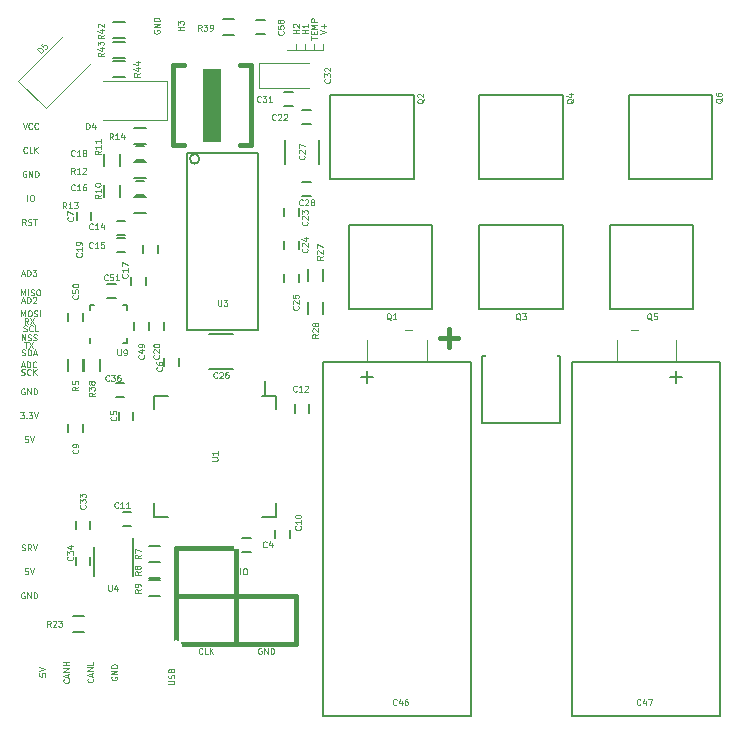
<source format=gto>
G04 #@! TF.GenerationSoftware,KiCad,Pcbnew,(5.1.5-0)*
G04 #@! TF.CreationDate,2020-08-14T10:55:26+08:00*
G04 #@! TF.ProjectId,TESC,54455343-2e6b-4696-9361-645f70636258,A*
G04 #@! TF.SameCoordinates,Original*
G04 #@! TF.FileFunction,Legend,Top*
G04 #@! TF.FilePolarity,Positive*
%FSLAX46Y46*%
G04 Gerber Fmt 4.6, Leading zero omitted, Abs format (unit mm)*
G04 Created by KiCad (PCBNEW (5.1.5-0)) date 2020-08-14 10:55:26*
%MOMM*%
%LPD*%
G04 APERTURE LIST*
%ADD10C,0.100000*%
%ADD11C,0.203200*%
%ADD12C,0.406400*%
%ADD13C,0.101600*%
%ADD14C,0.200000*%
%ADD15C,0.400000*%
%ADD16C,0.381000*%
%ADD17C,0.150000*%
%ADD18C,0.120000*%
%ADD19C,0.127000*%
%ADD20C,0.152400*%
%ADD21R,2.000000X6.200000*%
%ADD22R,3.810000X3.048000*%
%ADD23R,1.699260X1.099820*%
%ADD24R,0.850900X1.099820*%
%ADD25R,1.300480X0.701040*%
%ADD26R,1.099820X1.699260*%
%ADD27R,1.099820X0.850900*%
%ADD28R,0.701040X1.300480*%
%ADD29C,0.900000*%
%ADD30R,0.800000X0.750000*%
%ADD31O,0.200000X0.550000*%
%ADD32O,0.550000X0.200000*%
%ADD33R,2.500000X1.800000*%
%ADD34O,1.100000X2.200000*%
%ADD35O,1.100000X1.800000*%
%ADD36R,0.750000X0.800000*%
%ADD37R,1.501140X0.299720*%
%ADD38R,3.599180X7.000240*%
%ADD39R,0.304800X1.193800*%
%ADD40R,1.193800X0.304800*%
%ADD41R,0.350000X0.650000*%
%ADD42R,1.200000X0.775000*%
%ADD43R,1.950000X1.500000*%
%ADD44R,1.000000X2.500000*%
%ADD45R,2.500000X1.000000*%
%ADD46R,0.500000X0.900000*%
%ADD47R,0.900000X0.500000*%
%ADD48C,1.600000*%
%ADD49O,1.699260X1.198880*%
%ADD50R,1.699260X1.198880*%
%ADD51C,3.000000*%
%ADD52O,1.198880X1.699260*%
%ADD53R,1.198880X1.699260*%
%ADD54R,6.000000X5.000000*%
%ADD55C,0.254000*%
G04 APERTURE END LIST*
D10*
X167032000Y-81800000D02*
X167667000Y-81800000D01*
X147901000Y-81800000D02*
X148536000Y-81800000D01*
D11*
X170842000Y-85217000D02*
X170842000Y-86233000D01*
X170334000Y-85725000D02*
X171350000Y-85725000D01*
X144726000Y-85217000D02*
X144726000Y-86233000D01*
X144218000Y-85725000D02*
X145234000Y-85725000D01*
D10*
X165825500Y-82600000D02*
X165825500Y-84455000D01*
X170842000Y-82600000D02*
X170842000Y-84455000D01*
X149742500Y-82600000D02*
X149742500Y-84455000D01*
X144726000Y-82600000D02*
X144726000Y-84455000D01*
D12*
X151638000Y-81661000D02*
X151638000Y-83185000D01*
X150876000Y-82423000D02*
X152400000Y-82423000D01*
D13*
X138584000Y-58039000D02*
X140997000Y-58039000D01*
X139473000Y-58039000D02*
X139473000Y-57531000D01*
X140235000Y-58039000D02*
X140235000Y-57531000D01*
X138711000Y-58039000D02*
X138711000Y-57531000D01*
X137949000Y-58039000D02*
X138711000Y-58039000D01*
X138711000Y-58039000D02*
X137949000Y-58039000D01*
X140997000Y-58039000D02*
X140997000Y-57531000D01*
X140718809Y-56744809D02*
X141226809Y-56575476D01*
X140718809Y-56406142D01*
X141033285Y-56236809D02*
X141033285Y-55849761D01*
X141226809Y-56043285D02*
X140839761Y-56043285D01*
X139956809Y-57180238D02*
X139956809Y-56889952D01*
X140464809Y-57035095D02*
X139956809Y-57035095D01*
X140198714Y-56720619D02*
X140198714Y-56551285D01*
X140464809Y-56478714D02*
X140464809Y-56720619D01*
X139956809Y-56720619D01*
X139956809Y-56478714D01*
X140464809Y-56261000D02*
X139956809Y-56261000D01*
X140319666Y-56091666D01*
X139956809Y-55922333D01*
X140464809Y-55922333D01*
X140464809Y-55680428D02*
X139956809Y-55680428D01*
X139956809Y-55486904D01*
X139981000Y-55438523D01*
X140005190Y-55414333D01*
X140053571Y-55390142D01*
X140126142Y-55390142D01*
X140174523Y-55414333D01*
X140198714Y-55438523D01*
X140222904Y-55486904D01*
X140222904Y-55680428D01*
X139702809Y-56648047D02*
X139194809Y-56648047D01*
X139436714Y-56648047D02*
X139436714Y-56357761D01*
X139702809Y-56357761D02*
X139194809Y-56357761D01*
X139702809Y-55849761D02*
X139702809Y-56140047D01*
X139702809Y-55994904D02*
X139194809Y-55994904D01*
X139267380Y-56043285D01*
X139315761Y-56091666D01*
X139339952Y-56140047D01*
X138940809Y-56648047D02*
X138432809Y-56648047D01*
X138674714Y-56648047D02*
X138674714Y-56357761D01*
X138940809Y-56357761D02*
X138432809Y-56357761D01*
X138481190Y-56140047D02*
X138457000Y-56115857D01*
X138432809Y-56067476D01*
X138432809Y-55946523D01*
X138457000Y-55898142D01*
X138481190Y-55873952D01*
X138529571Y-55849761D01*
X138577952Y-55849761D01*
X138650523Y-55873952D01*
X138940809Y-56164238D01*
X138940809Y-55849761D01*
X129161809Y-56394047D02*
X128653809Y-56394047D01*
X128895714Y-56394047D02*
X128895714Y-56103761D01*
X129161809Y-56103761D02*
X128653809Y-56103761D01*
X128653809Y-55910238D02*
X128653809Y-55595761D01*
X128847333Y-55765095D01*
X128847333Y-55692523D01*
X128871523Y-55644142D01*
X128895714Y-55619952D01*
X128944095Y-55595761D01*
X129065047Y-55595761D01*
X129113428Y-55619952D01*
X129137619Y-55644142D01*
X129161809Y-55692523D01*
X129161809Y-55837666D01*
X129137619Y-55886047D01*
X129113428Y-55910238D01*
X126646000Y-56394047D02*
X126621809Y-56442428D01*
X126621809Y-56515000D01*
X126646000Y-56587571D01*
X126694380Y-56635952D01*
X126742761Y-56660142D01*
X126839523Y-56684333D01*
X126912095Y-56684333D01*
X127008857Y-56660142D01*
X127057238Y-56635952D01*
X127105619Y-56587571D01*
X127129809Y-56515000D01*
X127129809Y-56466619D01*
X127105619Y-56394047D01*
X127081428Y-56369857D01*
X126912095Y-56369857D01*
X126912095Y-56466619D01*
X127129809Y-56152142D02*
X126621809Y-56152142D01*
X127129809Y-55861857D01*
X126621809Y-55861857D01*
X127129809Y-55619952D02*
X126621809Y-55619952D01*
X126621809Y-55499000D01*
X126646000Y-55426428D01*
X126694380Y-55378047D01*
X126742761Y-55353857D01*
X126839523Y-55329666D01*
X126912095Y-55329666D01*
X127008857Y-55353857D01*
X127057238Y-55378047D01*
X127105619Y-55426428D01*
X127129809Y-55499000D01*
X127129809Y-55619952D01*
X115424857Y-85549619D02*
X115497428Y-85573809D01*
X115618380Y-85573809D01*
X115666761Y-85549619D01*
X115690952Y-85525428D01*
X115715142Y-85477047D01*
X115715142Y-85428666D01*
X115690952Y-85380285D01*
X115666761Y-85356095D01*
X115618380Y-85331904D01*
X115521619Y-85307714D01*
X115473238Y-85283523D01*
X115449047Y-85259333D01*
X115424857Y-85210952D01*
X115424857Y-85162571D01*
X115449047Y-85114190D01*
X115473238Y-85090000D01*
X115521619Y-85065809D01*
X115642571Y-85065809D01*
X115715142Y-85090000D01*
X116223142Y-85525428D02*
X116198952Y-85549619D01*
X116126380Y-85573809D01*
X116078000Y-85573809D01*
X116005428Y-85549619D01*
X115957047Y-85501238D01*
X115932857Y-85452857D01*
X115908666Y-85356095D01*
X115908666Y-85283523D01*
X115932857Y-85186761D01*
X115957047Y-85138380D01*
X116005428Y-85090000D01*
X116078000Y-85065809D01*
X116126380Y-85065809D01*
X116198952Y-85090000D01*
X116223142Y-85114190D01*
X116440857Y-85573809D02*
X116440857Y-85065809D01*
X116731142Y-85573809D02*
X116513428Y-85283523D01*
X116731142Y-85065809D02*
X116440857Y-85356095D01*
X115461142Y-83898619D02*
X115533714Y-83922809D01*
X115654666Y-83922809D01*
X115703047Y-83898619D01*
X115727238Y-83874428D01*
X115751428Y-83826047D01*
X115751428Y-83777666D01*
X115727238Y-83729285D01*
X115703047Y-83705095D01*
X115654666Y-83680904D01*
X115557904Y-83656714D01*
X115509523Y-83632523D01*
X115485333Y-83608333D01*
X115461142Y-83559952D01*
X115461142Y-83511571D01*
X115485333Y-83463190D01*
X115509523Y-83439000D01*
X115557904Y-83414809D01*
X115678857Y-83414809D01*
X115751428Y-83439000D01*
X115969142Y-83922809D02*
X115969142Y-83414809D01*
X116090095Y-83414809D01*
X116162666Y-83439000D01*
X116211047Y-83487380D01*
X116235238Y-83535761D01*
X116259428Y-83632523D01*
X116259428Y-83705095D01*
X116235238Y-83801857D01*
X116211047Y-83850238D01*
X116162666Y-83898619D01*
X116090095Y-83922809D01*
X115969142Y-83922809D01*
X116452952Y-83777666D02*
X116694857Y-83777666D01*
X116404571Y-83922809D02*
X116573904Y-83414809D01*
X116743238Y-83922809D01*
X115449047Y-82652809D02*
X115449047Y-82144809D01*
X115739333Y-82652809D01*
X115739333Y-82144809D01*
X115957047Y-82628619D02*
X116029619Y-82652809D01*
X116150571Y-82652809D01*
X116198952Y-82628619D01*
X116223142Y-82604428D01*
X116247333Y-82556047D01*
X116247333Y-82507666D01*
X116223142Y-82459285D01*
X116198952Y-82435095D01*
X116150571Y-82410904D01*
X116053809Y-82386714D01*
X116005428Y-82362523D01*
X115981238Y-82338333D01*
X115957047Y-82289952D01*
X115957047Y-82241571D01*
X115981238Y-82193190D01*
X116005428Y-82169000D01*
X116053809Y-82144809D01*
X116174761Y-82144809D01*
X116247333Y-82169000D01*
X116440857Y-82628619D02*
X116513428Y-82652809D01*
X116634380Y-82652809D01*
X116682761Y-82628619D01*
X116706952Y-82604428D01*
X116731142Y-82556047D01*
X116731142Y-82507666D01*
X116706952Y-82459285D01*
X116682761Y-82435095D01*
X116634380Y-82410904D01*
X116537619Y-82386714D01*
X116489238Y-82362523D01*
X116465047Y-82338333D01*
X116440857Y-82289952D01*
X116440857Y-82241571D01*
X116465047Y-82193190D01*
X116489238Y-82169000D01*
X116537619Y-82144809D01*
X116658571Y-82144809D01*
X116731142Y-82169000D01*
X115600238Y-81866619D02*
X115672809Y-81890809D01*
X115793761Y-81890809D01*
X115842142Y-81866619D01*
X115866333Y-81842428D01*
X115890523Y-81794047D01*
X115890523Y-81745666D01*
X115866333Y-81697285D01*
X115842142Y-81673095D01*
X115793761Y-81648904D01*
X115697000Y-81624714D01*
X115648619Y-81600523D01*
X115624428Y-81576333D01*
X115600238Y-81527952D01*
X115600238Y-81479571D01*
X115624428Y-81431190D01*
X115648619Y-81407000D01*
X115697000Y-81382809D01*
X115817952Y-81382809D01*
X115890523Y-81407000D01*
X116398523Y-81842428D02*
X116374333Y-81866619D01*
X116301761Y-81890809D01*
X116253380Y-81890809D01*
X116180809Y-81866619D01*
X116132428Y-81818238D01*
X116108238Y-81769857D01*
X116084047Y-81673095D01*
X116084047Y-81600523D01*
X116108238Y-81503761D01*
X116132428Y-81455380D01*
X116180809Y-81407000D01*
X116253380Y-81382809D01*
X116301761Y-81382809D01*
X116374333Y-81407000D01*
X116398523Y-81431190D01*
X116858142Y-81890809D02*
X116616238Y-81890809D01*
X116616238Y-81382809D01*
X115993333Y-81255809D02*
X115824000Y-81013904D01*
X115703047Y-81255809D02*
X115703047Y-80747809D01*
X115896571Y-80747809D01*
X115944952Y-80772000D01*
X115969142Y-80796190D01*
X115993333Y-80844571D01*
X115993333Y-80917142D01*
X115969142Y-80965523D01*
X115944952Y-80989714D01*
X115896571Y-81013904D01*
X115703047Y-81013904D01*
X116162666Y-80747809D02*
X116501333Y-81255809D01*
X116501333Y-80747809D02*
X116162666Y-81255809D01*
X115461142Y-79332666D02*
X115703047Y-79332666D01*
X115412761Y-79477809D02*
X115582095Y-78969809D01*
X115751428Y-79477809D01*
X115920761Y-79477809D02*
X115920761Y-78969809D01*
X116041714Y-78969809D01*
X116114285Y-78994000D01*
X116162666Y-79042380D01*
X116186857Y-79090761D01*
X116211047Y-79187523D01*
X116211047Y-79260095D01*
X116186857Y-79356857D01*
X116162666Y-79405238D01*
X116114285Y-79453619D01*
X116041714Y-79477809D01*
X115920761Y-79477809D01*
X116404571Y-79018190D02*
X116428761Y-78994000D01*
X116477142Y-78969809D01*
X116598095Y-78969809D01*
X116646476Y-78994000D01*
X116670666Y-79018190D01*
X116694857Y-79066571D01*
X116694857Y-79114952D01*
X116670666Y-79187523D01*
X116380380Y-79477809D01*
X116694857Y-79477809D01*
D14*
X140993500Y-84474500D02*
X153493500Y-84474500D01*
X153493500Y-114474500D02*
X140993500Y-114474500D01*
X140993500Y-114474500D02*
X140993500Y-84474500D01*
X153493500Y-84474500D02*
X153493500Y-114474500D01*
D13*
X127864809Y-111766047D02*
X128276047Y-111766047D01*
X128324428Y-111741857D01*
X128348619Y-111717666D01*
X128372809Y-111669285D01*
X128372809Y-111572523D01*
X128348619Y-111524142D01*
X128324428Y-111499952D01*
X128276047Y-111475761D01*
X127864809Y-111475761D01*
X128348619Y-111258047D02*
X128372809Y-111185476D01*
X128372809Y-111064523D01*
X128348619Y-111016142D01*
X128324428Y-110991952D01*
X128276047Y-110967761D01*
X128227666Y-110967761D01*
X128179285Y-110991952D01*
X128155095Y-111016142D01*
X128130904Y-111064523D01*
X128106714Y-111161285D01*
X128082523Y-111209666D01*
X128058333Y-111233857D01*
X128009952Y-111258047D01*
X127961571Y-111258047D01*
X127913190Y-111233857D01*
X127889000Y-111209666D01*
X127864809Y-111161285D01*
X127864809Y-111040333D01*
X127889000Y-110967761D01*
X128106714Y-110580714D02*
X128130904Y-110508142D01*
X128155095Y-110483952D01*
X128203476Y-110459761D01*
X128276047Y-110459761D01*
X128324428Y-110483952D01*
X128348619Y-110508142D01*
X128372809Y-110556523D01*
X128372809Y-110750047D01*
X127864809Y-110750047D01*
X127864809Y-110580714D01*
X127889000Y-110532333D01*
X127913190Y-110508142D01*
X127961571Y-110483952D01*
X128009952Y-110483952D01*
X128058333Y-110508142D01*
X128082523Y-110532333D01*
X128106714Y-110580714D01*
X128106714Y-110750047D01*
X123063000Y-111131047D02*
X123038809Y-111179428D01*
X123038809Y-111252000D01*
X123063000Y-111324571D01*
X123111380Y-111372952D01*
X123159761Y-111397142D01*
X123256523Y-111421333D01*
X123329095Y-111421333D01*
X123425857Y-111397142D01*
X123474238Y-111372952D01*
X123522619Y-111324571D01*
X123546809Y-111252000D01*
X123546809Y-111203619D01*
X123522619Y-111131047D01*
X123498428Y-111106857D01*
X123329095Y-111106857D01*
X123329095Y-111203619D01*
X123546809Y-110889142D02*
X123038809Y-110889142D01*
X123546809Y-110598857D01*
X123038809Y-110598857D01*
X123546809Y-110356952D02*
X123038809Y-110356952D01*
X123038809Y-110236000D01*
X123063000Y-110163428D01*
X123111380Y-110115047D01*
X123159761Y-110090857D01*
X123256523Y-110066666D01*
X123329095Y-110066666D01*
X123425857Y-110090857D01*
X123474238Y-110115047D01*
X123522619Y-110163428D01*
X123546809Y-110236000D01*
X123546809Y-110356952D01*
X121466428Y-111276190D02*
X121490619Y-111300380D01*
X121514809Y-111372952D01*
X121514809Y-111421333D01*
X121490619Y-111493904D01*
X121442238Y-111542285D01*
X121393857Y-111566476D01*
X121297095Y-111590666D01*
X121224523Y-111590666D01*
X121127761Y-111566476D01*
X121079380Y-111542285D01*
X121031000Y-111493904D01*
X121006809Y-111421333D01*
X121006809Y-111372952D01*
X121031000Y-111300380D01*
X121055190Y-111276190D01*
X121369666Y-111082666D02*
X121369666Y-110840761D01*
X121514809Y-111131047D02*
X121006809Y-110961714D01*
X121514809Y-110792380D01*
X121514809Y-110623047D02*
X121006809Y-110623047D01*
X121514809Y-110332761D01*
X121006809Y-110332761D01*
X121514809Y-109848952D02*
X121514809Y-110090857D01*
X121006809Y-110090857D01*
X119434428Y-111336666D02*
X119458619Y-111360857D01*
X119482809Y-111433428D01*
X119482809Y-111481809D01*
X119458619Y-111554380D01*
X119410238Y-111602761D01*
X119361857Y-111626952D01*
X119265095Y-111651142D01*
X119192523Y-111651142D01*
X119095761Y-111626952D01*
X119047380Y-111602761D01*
X118999000Y-111554380D01*
X118974809Y-111481809D01*
X118974809Y-111433428D01*
X118999000Y-111360857D01*
X119023190Y-111336666D01*
X119337666Y-111143142D02*
X119337666Y-110901238D01*
X119482809Y-111191523D02*
X118974809Y-111022190D01*
X119482809Y-110852857D01*
X119482809Y-110683523D02*
X118974809Y-110683523D01*
X119482809Y-110393238D01*
X118974809Y-110393238D01*
X119482809Y-110151333D02*
X118974809Y-110151333D01*
X119216714Y-110151333D02*
X119216714Y-109861047D01*
X119482809Y-109861047D02*
X118974809Y-109861047D01*
X116942809Y-110840761D02*
X116942809Y-111082666D01*
X117184714Y-111106857D01*
X117160523Y-111082666D01*
X117136333Y-111034285D01*
X117136333Y-110913333D01*
X117160523Y-110864952D01*
X117184714Y-110840761D01*
X117233095Y-110816571D01*
X117354047Y-110816571D01*
X117402428Y-110840761D01*
X117426619Y-110864952D01*
X117450809Y-110913333D01*
X117450809Y-111034285D01*
X117426619Y-111082666D01*
X117402428Y-111106857D01*
X116942809Y-110671428D02*
X117450809Y-110502095D01*
X116942809Y-110332761D01*
X115690952Y-104013000D02*
X115642571Y-103988809D01*
X115570000Y-103988809D01*
X115497428Y-104013000D01*
X115449047Y-104061380D01*
X115424857Y-104109761D01*
X115400666Y-104206523D01*
X115400666Y-104279095D01*
X115424857Y-104375857D01*
X115449047Y-104424238D01*
X115497428Y-104472619D01*
X115570000Y-104496809D01*
X115618380Y-104496809D01*
X115690952Y-104472619D01*
X115715142Y-104448428D01*
X115715142Y-104279095D01*
X115618380Y-104279095D01*
X115932857Y-104496809D02*
X115932857Y-103988809D01*
X116223142Y-104496809D01*
X116223142Y-103988809D01*
X116465047Y-104496809D02*
X116465047Y-103988809D01*
X116586000Y-103988809D01*
X116658571Y-104013000D01*
X116706952Y-104061380D01*
X116731142Y-104109761D01*
X116755333Y-104206523D01*
X116755333Y-104279095D01*
X116731142Y-104375857D01*
X116706952Y-104424238D01*
X116658571Y-104472619D01*
X116586000Y-104496809D01*
X116465047Y-104496809D01*
X115461142Y-100408619D02*
X115533714Y-100432809D01*
X115654666Y-100432809D01*
X115703047Y-100408619D01*
X115727238Y-100384428D01*
X115751428Y-100336047D01*
X115751428Y-100287666D01*
X115727238Y-100239285D01*
X115703047Y-100215095D01*
X115654666Y-100190904D01*
X115557904Y-100166714D01*
X115509523Y-100142523D01*
X115485333Y-100118333D01*
X115461142Y-100069952D01*
X115461142Y-100021571D01*
X115485333Y-99973190D01*
X115509523Y-99949000D01*
X115557904Y-99924809D01*
X115678857Y-99924809D01*
X115751428Y-99949000D01*
X116259428Y-100432809D02*
X116090095Y-100190904D01*
X115969142Y-100432809D02*
X115969142Y-99924809D01*
X116162666Y-99924809D01*
X116211047Y-99949000D01*
X116235238Y-99973190D01*
X116259428Y-100021571D01*
X116259428Y-100094142D01*
X116235238Y-100142523D01*
X116211047Y-100166714D01*
X116162666Y-100190904D01*
X115969142Y-100190904D01*
X116404571Y-99924809D02*
X116573904Y-100432809D01*
X116743238Y-99924809D01*
X115981238Y-101956809D02*
X115739333Y-101956809D01*
X115715142Y-102198714D01*
X115739333Y-102174523D01*
X115787714Y-102150333D01*
X115908666Y-102150333D01*
X115957047Y-102174523D01*
X115981238Y-102198714D01*
X116005428Y-102247095D01*
X116005428Y-102368047D01*
X115981238Y-102416428D01*
X115957047Y-102440619D01*
X115908666Y-102464809D01*
X115787714Y-102464809D01*
X115739333Y-102440619D01*
X115715142Y-102416428D01*
X116150571Y-101956809D02*
X116319904Y-102464809D01*
X116489238Y-101956809D01*
X115981238Y-90780809D02*
X115739333Y-90780809D01*
X115715142Y-91022714D01*
X115739333Y-90998523D01*
X115787714Y-90974333D01*
X115908666Y-90974333D01*
X115957047Y-90998523D01*
X115981238Y-91022714D01*
X116005428Y-91071095D01*
X116005428Y-91192047D01*
X115981238Y-91240428D01*
X115957047Y-91264619D01*
X115908666Y-91288809D01*
X115787714Y-91288809D01*
X115739333Y-91264619D01*
X115715142Y-91240428D01*
X116150571Y-90780809D02*
X116319904Y-91288809D01*
X116489238Y-90780809D01*
X115328095Y-88748809D02*
X115642571Y-88748809D01*
X115473238Y-88942333D01*
X115545809Y-88942333D01*
X115594190Y-88966523D01*
X115618380Y-88990714D01*
X115642571Y-89039095D01*
X115642571Y-89160047D01*
X115618380Y-89208428D01*
X115594190Y-89232619D01*
X115545809Y-89256809D01*
X115400666Y-89256809D01*
X115352285Y-89232619D01*
X115328095Y-89208428D01*
X115860285Y-89208428D02*
X115884476Y-89232619D01*
X115860285Y-89256809D01*
X115836095Y-89232619D01*
X115860285Y-89208428D01*
X115860285Y-89256809D01*
X116053809Y-88748809D02*
X116368285Y-88748809D01*
X116198952Y-88942333D01*
X116271523Y-88942333D01*
X116319904Y-88966523D01*
X116344095Y-88990714D01*
X116368285Y-89039095D01*
X116368285Y-89160047D01*
X116344095Y-89208428D01*
X116319904Y-89232619D01*
X116271523Y-89256809D01*
X116126380Y-89256809D01*
X116078000Y-89232619D01*
X116053809Y-89208428D01*
X116513428Y-88748809D02*
X116682761Y-89256809D01*
X116852095Y-88748809D01*
X115690952Y-86741000D02*
X115642571Y-86716809D01*
X115570000Y-86716809D01*
X115497428Y-86741000D01*
X115449047Y-86789380D01*
X115424857Y-86837761D01*
X115400666Y-86934523D01*
X115400666Y-87007095D01*
X115424857Y-87103857D01*
X115449047Y-87152238D01*
X115497428Y-87200619D01*
X115570000Y-87224809D01*
X115618380Y-87224809D01*
X115690952Y-87200619D01*
X115715142Y-87176428D01*
X115715142Y-87007095D01*
X115618380Y-87007095D01*
X115932857Y-87224809D02*
X115932857Y-86716809D01*
X116223142Y-87224809D01*
X116223142Y-86716809D01*
X116465047Y-87224809D02*
X116465047Y-86716809D01*
X116586000Y-86716809D01*
X116658571Y-86741000D01*
X116706952Y-86789380D01*
X116731142Y-86837761D01*
X116755333Y-86934523D01*
X116755333Y-87007095D01*
X116731142Y-87103857D01*
X116706952Y-87152238D01*
X116658571Y-87200619D01*
X116586000Y-87224809D01*
X116465047Y-87224809D01*
X115449047Y-84793666D02*
X115690952Y-84793666D01*
X115400666Y-84938809D02*
X115570000Y-84430809D01*
X115739333Y-84938809D01*
X115908666Y-84938809D02*
X115908666Y-84430809D01*
X116029619Y-84430809D01*
X116102190Y-84455000D01*
X116150571Y-84503380D01*
X116174761Y-84551761D01*
X116198952Y-84648523D01*
X116198952Y-84721095D01*
X116174761Y-84817857D01*
X116150571Y-84866238D01*
X116102190Y-84914619D01*
X116029619Y-84938809D01*
X115908666Y-84938809D01*
X116706952Y-84890428D02*
X116682761Y-84914619D01*
X116610190Y-84938809D01*
X116561809Y-84938809D01*
X116489238Y-84914619D01*
X116440857Y-84866238D01*
X116416666Y-84817857D01*
X116392476Y-84721095D01*
X116392476Y-84648523D01*
X116416666Y-84551761D01*
X116440857Y-84503380D01*
X116489238Y-84455000D01*
X116561809Y-84430809D01*
X116610190Y-84430809D01*
X116682761Y-84455000D01*
X116706952Y-84479190D01*
X115690952Y-82779809D02*
X115981238Y-82779809D01*
X115836095Y-83287809D02*
X115836095Y-82779809D01*
X116102190Y-82779809D02*
X116440857Y-83287809D01*
X116440857Y-82779809D02*
X116102190Y-83287809D01*
X115406714Y-80620809D02*
X115406714Y-80112809D01*
X115576047Y-80475666D01*
X115745380Y-80112809D01*
X115745380Y-80620809D01*
X116084047Y-80112809D02*
X116180809Y-80112809D01*
X116229190Y-80137000D01*
X116277571Y-80185380D01*
X116301761Y-80282142D01*
X116301761Y-80451476D01*
X116277571Y-80548238D01*
X116229190Y-80596619D01*
X116180809Y-80620809D01*
X116084047Y-80620809D01*
X116035666Y-80596619D01*
X115987285Y-80548238D01*
X115963095Y-80451476D01*
X115963095Y-80282142D01*
X115987285Y-80185380D01*
X116035666Y-80137000D01*
X116084047Y-80112809D01*
X116495285Y-80596619D02*
X116567857Y-80620809D01*
X116688809Y-80620809D01*
X116737190Y-80596619D01*
X116761380Y-80572428D01*
X116785571Y-80524047D01*
X116785571Y-80475666D01*
X116761380Y-80427285D01*
X116737190Y-80403095D01*
X116688809Y-80378904D01*
X116592047Y-80354714D01*
X116543666Y-80330523D01*
X116519476Y-80306333D01*
X116495285Y-80257952D01*
X116495285Y-80209571D01*
X116519476Y-80161190D01*
X116543666Y-80137000D01*
X116592047Y-80112809D01*
X116713000Y-80112809D01*
X116785571Y-80137000D01*
X117003285Y-80620809D02*
X117003285Y-80112809D01*
X115406714Y-78842809D02*
X115406714Y-78334809D01*
X115576047Y-78697666D01*
X115745380Y-78334809D01*
X115745380Y-78842809D01*
X115987285Y-78842809D02*
X115987285Y-78334809D01*
X116205000Y-78818619D02*
X116277571Y-78842809D01*
X116398523Y-78842809D01*
X116446904Y-78818619D01*
X116471095Y-78794428D01*
X116495285Y-78746047D01*
X116495285Y-78697666D01*
X116471095Y-78649285D01*
X116446904Y-78625095D01*
X116398523Y-78600904D01*
X116301761Y-78576714D01*
X116253380Y-78552523D01*
X116229190Y-78528333D01*
X116205000Y-78479952D01*
X116205000Y-78431571D01*
X116229190Y-78383190D01*
X116253380Y-78359000D01*
X116301761Y-78334809D01*
X116422714Y-78334809D01*
X116495285Y-78359000D01*
X116809761Y-78334809D02*
X116906523Y-78334809D01*
X116954904Y-78359000D01*
X117003285Y-78407380D01*
X117027476Y-78504142D01*
X117027476Y-78673476D01*
X117003285Y-78770238D01*
X116954904Y-78818619D01*
X116906523Y-78842809D01*
X116809761Y-78842809D01*
X116761380Y-78818619D01*
X116713000Y-78770238D01*
X116688809Y-78673476D01*
X116688809Y-78504142D01*
X116713000Y-78407380D01*
X116761380Y-78359000D01*
X116809761Y-78334809D01*
X115461142Y-77046666D02*
X115703047Y-77046666D01*
X115412761Y-77191809D02*
X115582095Y-76683809D01*
X115751428Y-77191809D01*
X115920761Y-77191809D02*
X115920761Y-76683809D01*
X116041714Y-76683809D01*
X116114285Y-76708000D01*
X116162666Y-76756380D01*
X116186857Y-76804761D01*
X116211047Y-76901523D01*
X116211047Y-76974095D01*
X116186857Y-77070857D01*
X116162666Y-77119238D01*
X116114285Y-77167619D01*
X116041714Y-77191809D01*
X115920761Y-77191809D01*
X116380380Y-76683809D02*
X116694857Y-76683809D01*
X116525523Y-76877333D01*
X116598095Y-76877333D01*
X116646476Y-76901523D01*
X116670666Y-76925714D01*
X116694857Y-76974095D01*
X116694857Y-77095047D01*
X116670666Y-77143428D01*
X116646476Y-77167619D01*
X116598095Y-77191809D01*
X116452952Y-77191809D01*
X116404571Y-77167619D01*
X116380380Y-77143428D01*
X115799809Y-72873809D02*
X115630476Y-72631904D01*
X115509523Y-72873809D02*
X115509523Y-72365809D01*
X115703047Y-72365809D01*
X115751428Y-72390000D01*
X115775619Y-72414190D01*
X115799809Y-72462571D01*
X115799809Y-72535142D01*
X115775619Y-72583523D01*
X115751428Y-72607714D01*
X115703047Y-72631904D01*
X115509523Y-72631904D01*
X115993333Y-72849619D02*
X116065904Y-72873809D01*
X116186857Y-72873809D01*
X116235238Y-72849619D01*
X116259428Y-72825428D01*
X116283619Y-72777047D01*
X116283619Y-72728666D01*
X116259428Y-72680285D01*
X116235238Y-72656095D01*
X116186857Y-72631904D01*
X116090095Y-72607714D01*
X116041714Y-72583523D01*
X116017523Y-72559333D01*
X115993333Y-72510952D01*
X115993333Y-72462571D01*
X116017523Y-72414190D01*
X116041714Y-72390000D01*
X116090095Y-72365809D01*
X116211047Y-72365809D01*
X116283619Y-72390000D01*
X116428761Y-72365809D02*
X116719047Y-72365809D01*
X116573904Y-72873809D02*
X116573904Y-72365809D01*
X115938904Y-70841809D02*
X115938904Y-70333809D01*
X116277571Y-70333809D02*
X116374333Y-70333809D01*
X116422714Y-70358000D01*
X116471095Y-70406380D01*
X116495285Y-70503142D01*
X116495285Y-70672476D01*
X116471095Y-70769238D01*
X116422714Y-70817619D01*
X116374333Y-70841809D01*
X116277571Y-70841809D01*
X116229190Y-70817619D01*
X116180809Y-70769238D01*
X116156619Y-70672476D01*
X116156619Y-70503142D01*
X116180809Y-70406380D01*
X116229190Y-70358000D01*
X116277571Y-70333809D01*
X115817952Y-68326000D02*
X115769571Y-68301809D01*
X115697000Y-68301809D01*
X115624428Y-68326000D01*
X115576047Y-68374380D01*
X115551857Y-68422761D01*
X115527666Y-68519523D01*
X115527666Y-68592095D01*
X115551857Y-68688857D01*
X115576047Y-68737238D01*
X115624428Y-68785619D01*
X115697000Y-68809809D01*
X115745380Y-68809809D01*
X115817952Y-68785619D01*
X115842142Y-68761428D01*
X115842142Y-68592095D01*
X115745380Y-68592095D01*
X116059857Y-68809809D02*
X116059857Y-68301809D01*
X116350142Y-68809809D01*
X116350142Y-68301809D01*
X116592047Y-68809809D02*
X116592047Y-68301809D01*
X116713000Y-68301809D01*
X116785571Y-68326000D01*
X116833952Y-68374380D01*
X116858142Y-68422761D01*
X116882333Y-68519523D01*
X116882333Y-68592095D01*
X116858142Y-68688857D01*
X116833952Y-68737238D01*
X116785571Y-68785619D01*
X116713000Y-68809809D01*
X116592047Y-68809809D01*
X115902619Y-66729428D02*
X115878428Y-66753619D01*
X115805857Y-66777809D01*
X115757476Y-66777809D01*
X115684904Y-66753619D01*
X115636523Y-66705238D01*
X115612333Y-66656857D01*
X115588142Y-66560095D01*
X115588142Y-66487523D01*
X115612333Y-66390761D01*
X115636523Y-66342380D01*
X115684904Y-66294000D01*
X115757476Y-66269809D01*
X115805857Y-66269809D01*
X115878428Y-66294000D01*
X115902619Y-66318190D01*
X116362238Y-66777809D02*
X116120333Y-66777809D01*
X116120333Y-66269809D01*
X116531571Y-66777809D02*
X116531571Y-66269809D01*
X116821857Y-66777809D02*
X116604142Y-66487523D01*
X116821857Y-66269809D02*
X116531571Y-66560095D01*
X115527666Y-64237809D02*
X115697000Y-64745809D01*
X115866333Y-64237809D01*
X116325952Y-64697428D02*
X116301761Y-64721619D01*
X116229190Y-64745809D01*
X116180809Y-64745809D01*
X116108238Y-64721619D01*
X116059857Y-64673238D01*
X116035666Y-64624857D01*
X116011476Y-64528095D01*
X116011476Y-64455523D01*
X116035666Y-64358761D01*
X116059857Y-64310380D01*
X116108238Y-64262000D01*
X116180809Y-64237809D01*
X116229190Y-64237809D01*
X116301761Y-64262000D01*
X116325952Y-64286190D01*
X116833952Y-64697428D02*
X116809761Y-64721619D01*
X116737190Y-64745809D01*
X116688809Y-64745809D01*
X116616238Y-64721619D01*
X116567857Y-64673238D01*
X116543666Y-64624857D01*
X116519476Y-64528095D01*
X116519476Y-64455523D01*
X116543666Y-64358761D01*
X116567857Y-64310380D01*
X116616238Y-64262000D01*
X116688809Y-64237809D01*
X116737190Y-64237809D01*
X116809761Y-64262000D01*
X116833952Y-64286190D01*
D14*
X174585500Y-84474500D02*
X174585500Y-114474500D01*
X174585500Y-114474500D02*
X162085500Y-114474500D01*
X162085500Y-114474500D02*
X162085500Y-84474500D01*
X162085500Y-84474500D02*
X174585500Y-84474500D01*
D10*
G36*
X132372000Y-65838000D02*
G01*
X130772000Y-65838000D01*
X130772000Y-59638000D01*
X132372000Y-59638000D01*
X132372000Y-65838000D01*
G37*
D15*
X128272000Y-59338000D02*
X128272000Y-66138000D01*
X134872000Y-66138000D02*
X134872000Y-59338000D01*
X128272000Y-59338000D02*
X129172000Y-59338000D01*
X134872000Y-59338000D02*
X133972000Y-59338000D01*
X128272000Y-66138000D02*
X129172000Y-66138000D01*
X134872000Y-66138000D02*
X133972000Y-66138000D01*
D16*
X133604000Y-104267000D02*
X128524000Y-104267000D01*
X133604000Y-100203000D02*
X133604000Y-104267000D01*
X128524000Y-100203000D02*
X133604000Y-100203000D01*
X128524000Y-104267000D02*
X128524000Y-100203000D01*
X133604000Y-108331000D02*
X128524000Y-108331000D01*
X133604000Y-104267000D02*
X133604000Y-108331000D01*
X128524000Y-104267000D02*
X133604000Y-104267000D01*
X128524000Y-108331000D02*
X128524000Y-104267000D01*
X138684000Y-108331000D02*
X133604000Y-108331000D01*
X138684000Y-104267000D02*
X138684000Y-108331000D01*
X133604000Y-104267000D02*
X138684000Y-104267000D01*
X133604000Y-108331000D02*
X133604000Y-104267000D01*
D17*
X161284920Y-68955920D02*
X154183080Y-68955920D01*
X161284920Y-61854080D02*
X161284920Y-68955920D01*
X154183080Y-61854080D02*
X161284920Y-61854080D01*
X154183080Y-68955920D02*
X154183080Y-61854080D01*
X154170080Y-80004920D02*
X154170080Y-72903080D01*
X161271920Y-80004920D02*
X154170080Y-80004920D01*
X161271920Y-72903080D02*
X161271920Y-80004920D01*
X154170080Y-72903080D02*
X161271920Y-72903080D01*
X173943920Y-68955920D02*
X166842080Y-68955920D01*
X173943920Y-61854080D02*
X173943920Y-68955920D01*
X166842080Y-61854080D02*
X173943920Y-61854080D01*
X166842080Y-68955920D02*
X166842080Y-61854080D01*
X165232080Y-80004920D02*
X165232080Y-72903080D01*
X172333920Y-80004920D02*
X165232080Y-80004920D01*
X172333920Y-72903080D02*
X172333920Y-80004920D01*
X165232080Y-72903080D02*
X172333920Y-72903080D01*
X148637920Y-68955920D02*
X141536080Y-68955920D01*
X148637920Y-61854080D02*
X148637920Y-68955920D01*
X141536080Y-61854080D02*
X148637920Y-61854080D01*
X141536080Y-68955920D02*
X141536080Y-61854080D01*
X143134080Y-80004920D02*
X143134080Y-72903080D01*
X150235920Y-80004920D02*
X143134080Y-80004920D01*
X150235920Y-72903080D02*
X150235920Y-80004920D01*
X143134080Y-72903080D02*
X150235920Y-72903080D01*
X124046500Y-97146000D02*
X124746500Y-97146000D01*
X124746500Y-98346000D02*
X124046500Y-98346000D01*
X124409000Y-82880000D02*
X124009000Y-82880000D01*
X124409000Y-82880000D02*
X124409000Y-82480000D01*
X124409000Y-79680000D02*
X124009000Y-79680000D01*
X124409000Y-79680000D02*
X124409000Y-80080000D01*
X121209000Y-79680000D02*
X121609000Y-79680000D01*
X121209000Y-79680000D02*
X121209000Y-80080000D01*
X121209000Y-82880000D02*
X121209000Y-82480000D01*
D18*
X127733000Y-64007000D02*
X127733000Y-60707000D01*
X127733000Y-60707000D02*
X122333000Y-60707000D01*
X127733000Y-64007000D02*
X122333000Y-64007000D01*
D17*
X119415000Y-80995000D02*
X119415000Y-80295000D01*
X120615000Y-80295000D02*
X120615000Y-80995000D01*
D19*
X129461260Y-66771520D02*
X129461260Y-81770220D01*
X135460740Y-81770220D02*
X135460740Y-66771520D01*
X135460740Y-81770220D02*
X129461260Y-81770220D01*
X129461260Y-66771520D02*
X135460740Y-66771520D01*
X130510478Y-67287140D02*
G75*
G03X130510478Y-67287140I-406598J0D01*
G01*
D20*
X126695200Y-87325200D02*
X126695200Y-88480736D01*
X126695200Y-97586800D02*
X127850736Y-97586800D01*
X136956800Y-97586800D02*
X136956800Y-96431264D01*
X136956800Y-87325200D02*
X135801264Y-87325200D01*
X127850736Y-87325200D02*
X126695200Y-87325200D01*
X126695200Y-96431264D02*
X126695200Y-97586800D01*
X135801264Y-97586800D02*
X136956800Y-97586800D01*
X136956800Y-88480736D02*
X136956800Y-87325200D01*
X136017000Y-87249000D02*
X136017000Y-86093464D01*
D18*
X115174111Y-60673437D02*
X117507563Y-63006889D01*
X117507563Y-63006889D02*
X121325940Y-59188513D01*
X115174111Y-60673437D02*
X118992487Y-56855060D01*
D17*
X121600000Y-100114500D02*
X121600000Y-102564500D01*
X124850000Y-99389500D02*
X124850000Y-102564500D01*
D18*
X135526000Y-59148000D02*
X135526000Y-61248000D01*
X135526000Y-61248000D02*
X139776000Y-61248000D01*
X135526000Y-59148000D02*
X139776000Y-59148000D01*
D17*
X131334000Y-85041000D02*
X133334000Y-85041000D01*
X133334000Y-82091000D02*
X131334000Y-82091000D01*
X137717000Y-65675000D02*
X137717000Y-67675000D01*
X140667000Y-67675000D02*
X140667000Y-65675000D01*
X126195200Y-100036000D02*
X127195200Y-100036000D01*
X127195200Y-101386000D02*
X126195200Y-101386000D01*
X126195200Y-101433000D02*
X127195200Y-101433000D01*
X127195200Y-102783000D02*
X126195200Y-102783000D01*
X126195200Y-102957000D02*
X127195200Y-102957000D01*
X127195200Y-104307000D02*
X126195200Y-104307000D01*
X123788800Y-69477000D02*
X123788800Y-70477000D01*
X122438800Y-70477000D02*
X122438800Y-69477000D01*
X123788800Y-66886200D02*
X123788800Y-67886200D01*
X122438800Y-67886200D02*
X122438800Y-66886200D01*
X126001400Y-68924800D02*
X125001400Y-68924800D01*
X125001400Y-67574800D02*
X126001400Y-67574800D01*
X126001400Y-71871200D02*
X125001400Y-71871200D01*
X125001400Y-70521200D02*
X126001400Y-70521200D01*
X125976000Y-66029200D02*
X124976000Y-66029200D01*
X124976000Y-64679200D02*
X125976000Y-64679200D01*
X120769000Y-107355000D02*
X119769000Y-107355000D01*
X119769000Y-106005000D02*
X120769000Y-106005000D01*
X132469000Y-55459000D02*
X133469000Y-55459000D01*
X133469000Y-56809000D02*
X132469000Y-56809000D01*
X123198000Y-55713000D02*
X124198000Y-55713000D01*
X124198000Y-57063000D02*
X123198000Y-57063000D01*
X123198000Y-57364000D02*
X124198000Y-57364000D01*
X124198000Y-58714000D02*
X123198000Y-58714000D01*
X123198000Y-59015000D02*
X124198000Y-59015000D01*
X124198000Y-60365000D02*
X123198000Y-60365000D01*
X139660000Y-77589000D02*
X139660000Y-76589000D01*
X141010000Y-76589000D02*
X141010000Y-77589000D01*
X139660000Y-80383000D02*
X139660000Y-79383000D01*
X141010000Y-79383000D02*
X141010000Y-80383000D01*
X119415000Y-90393000D02*
X119415000Y-89693000D01*
X120615000Y-89693000D02*
X120615000Y-90393000D01*
X138141000Y-98710000D02*
X138141000Y-99410000D01*
X136941000Y-99410000D02*
X136941000Y-98710000D01*
X134143000Y-99349000D02*
X134843000Y-99349000D01*
X134843000Y-100549000D02*
X134143000Y-100549000D01*
X123669500Y-89377000D02*
X123669500Y-88677000D01*
X124869500Y-88677000D02*
X124869500Y-89377000D01*
X127543000Y-84805000D02*
X127543000Y-84105000D01*
X128743000Y-84105000D02*
X128743000Y-84805000D01*
X120151600Y-72486000D02*
X120151600Y-71786000D01*
X121351600Y-71786000D02*
X121351600Y-72486000D01*
X139792000Y-88054000D02*
X139792000Y-88754000D01*
X138592000Y-88754000D02*
X138592000Y-88054000D01*
X124225800Y-73701200D02*
X123525800Y-73701200D01*
X123525800Y-72501200D02*
X124225800Y-72501200D01*
X124225800Y-75149000D02*
X123525800Y-75149000D01*
X123525800Y-73949000D02*
X124225800Y-73949000D01*
X125851400Y-70323000D02*
X125151400Y-70323000D01*
X125151400Y-69123000D02*
X125851400Y-69123000D01*
X124749000Y-77947000D02*
X124749000Y-77247000D01*
X125949000Y-77247000D02*
X125949000Y-77947000D01*
X125126000Y-66202000D02*
X125826000Y-66202000D01*
X125826000Y-67402000D02*
X125126000Y-67402000D01*
X126965000Y-74580000D02*
X126965000Y-75280000D01*
X125765000Y-75280000D02*
X125765000Y-74580000D01*
X127473000Y-81057000D02*
X127473000Y-81757000D01*
X126273000Y-81757000D02*
X126273000Y-81057000D01*
X139923000Y-64354000D02*
X139223000Y-64354000D01*
X139223000Y-63154000D02*
X139923000Y-63154000D01*
X138903000Y-71405000D02*
X138903000Y-72105000D01*
X137703000Y-72105000D02*
X137703000Y-71405000D01*
X138903000Y-74199000D02*
X138903000Y-74899000D01*
X137703000Y-74899000D02*
X137703000Y-74199000D01*
X138903000Y-76993000D02*
X138903000Y-77693000D01*
X137703000Y-77693000D02*
X137703000Y-76993000D01*
X139923000Y-70450000D02*
X139223000Y-70450000D01*
X139223000Y-69250000D02*
X139923000Y-69250000D01*
X137699000Y-61630000D02*
X138399000Y-61630000D01*
X138399000Y-62830000D02*
X137699000Y-62830000D01*
X121250000Y-97948000D02*
X121250000Y-98648000D01*
X120050000Y-98648000D02*
X120050000Y-97948000D01*
X120050000Y-101696000D02*
X120050000Y-100996000D01*
X121250000Y-100996000D02*
X121250000Y-101696000D01*
X124111500Y-87468000D02*
X123411500Y-87468000D01*
X123411500Y-86268000D02*
X124111500Y-86268000D01*
X135336800Y-55483200D02*
X136036800Y-55483200D01*
X136036800Y-56683200D02*
X135336800Y-56683200D01*
X125003000Y-81757000D02*
X125003000Y-81057000D01*
X126203000Y-81057000D02*
X126203000Y-81757000D01*
X122713000Y-77886000D02*
X123413000Y-77886000D01*
X123413000Y-79086000D02*
X122713000Y-79086000D01*
X154434000Y-89600000D02*
X154434000Y-84000000D01*
X161034000Y-89600000D02*
X154434000Y-89600000D01*
X161034000Y-84000000D02*
X161034000Y-89600000D01*
X154434000Y-84000000D02*
X161034000Y-84000000D01*
X120690000Y-84209000D02*
X120690000Y-85209000D01*
X119340000Y-85209000D02*
X119340000Y-84209000D01*
X122087000Y-84209000D02*
X122087000Y-85209000D01*
X120737000Y-85209000D02*
X120737000Y-84209000D01*
D13*
X131491333Y-62967809D02*
X131249428Y-62967809D01*
X131249428Y-62459809D01*
X131636476Y-62508190D02*
X131660666Y-62484000D01*
X131709047Y-62459809D01*
X131830000Y-62459809D01*
X131878380Y-62484000D01*
X131902571Y-62508190D01*
X131926761Y-62556571D01*
X131926761Y-62604952D01*
X131902571Y-62677523D01*
X131612285Y-62967809D01*
X131926761Y-62967809D01*
X133972904Y-102464809D02*
X133972904Y-101956809D01*
X134311571Y-101956809D02*
X134408333Y-101956809D01*
X134456714Y-101981000D01*
X134505095Y-102029380D01*
X134529285Y-102126142D01*
X134529285Y-102295476D01*
X134505095Y-102392238D01*
X134456714Y-102440619D01*
X134408333Y-102464809D01*
X134311571Y-102464809D01*
X134263190Y-102440619D01*
X134214809Y-102392238D01*
X134190619Y-102295476D01*
X134190619Y-102126142D01*
X134214809Y-102029380D01*
X134263190Y-101981000D01*
X134311571Y-101956809D01*
X130761619Y-109147428D02*
X130737428Y-109171619D01*
X130664857Y-109195809D01*
X130616476Y-109195809D01*
X130543904Y-109171619D01*
X130495523Y-109123238D01*
X130471333Y-109074857D01*
X130447142Y-108978095D01*
X130447142Y-108905523D01*
X130471333Y-108808761D01*
X130495523Y-108760380D01*
X130543904Y-108712000D01*
X130616476Y-108687809D01*
X130664857Y-108687809D01*
X130737428Y-108712000D01*
X130761619Y-108736190D01*
X131221238Y-109195809D02*
X130979333Y-109195809D01*
X130979333Y-108687809D01*
X131390571Y-109195809D02*
X131390571Y-108687809D01*
X131680857Y-109195809D02*
X131463142Y-108905523D01*
X131680857Y-108687809D02*
X131390571Y-108978095D01*
X135756952Y-108712000D02*
X135708571Y-108687809D01*
X135636000Y-108687809D01*
X135563428Y-108712000D01*
X135515047Y-108760380D01*
X135490857Y-108808761D01*
X135466666Y-108905523D01*
X135466666Y-108978095D01*
X135490857Y-109074857D01*
X135515047Y-109123238D01*
X135563428Y-109171619D01*
X135636000Y-109195809D01*
X135684380Y-109195809D01*
X135756952Y-109171619D01*
X135781142Y-109147428D01*
X135781142Y-108978095D01*
X135684380Y-108978095D01*
X135998857Y-109195809D02*
X135998857Y-108687809D01*
X136289142Y-109195809D01*
X136289142Y-108687809D01*
X136531047Y-109195809D02*
X136531047Y-108687809D01*
X136652000Y-108687809D01*
X136724571Y-108712000D01*
X136772952Y-108760380D01*
X136797142Y-108808761D01*
X136821333Y-108905523D01*
X136821333Y-108978095D01*
X136797142Y-109074857D01*
X136772952Y-109123238D01*
X136724571Y-109171619D01*
X136652000Y-109195809D01*
X136531047Y-109195809D01*
X162150190Y-62214880D02*
X162126000Y-62263261D01*
X162077619Y-62311642D01*
X162005047Y-62384214D01*
X161980857Y-62432595D01*
X161980857Y-62480976D01*
X162101809Y-62456785D02*
X162077619Y-62505166D01*
X162029238Y-62553547D01*
X161932476Y-62577738D01*
X161763142Y-62577738D01*
X161666380Y-62553547D01*
X161618000Y-62505166D01*
X161593809Y-62456785D01*
X161593809Y-62360023D01*
X161618000Y-62311642D01*
X161666380Y-62263261D01*
X161763142Y-62239071D01*
X161932476Y-62239071D01*
X162029238Y-62263261D01*
X162077619Y-62311642D01*
X162101809Y-62360023D01*
X162101809Y-62456785D01*
X161763142Y-61803642D02*
X162101809Y-61803642D01*
X161569619Y-61924595D02*
X161932476Y-62045547D01*
X161932476Y-61731071D01*
X157685619Y-80923190D02*
X157637238Y-80899000D01*
X157588857Y-80850619D01*
X157516285Y-80778047D01*
X157467904Y-80753857D01*
X157419523Y-80753857D01*
X157443714Y-80874809D02*
X157395333Y-80850619D01*
X157346952Y-80802238D01*
X157322761Y-80705476D01*
X157322761Y-80536142D01*
X157346952Y-80439380D01*
X157395333Y-80391000D01*
X157443714Y-80366809D01*
X157540476Y-80366809D01*
X157588857Y-80391000D01*
X157637238Y-80439380D01*
X157661428Y-80536142D01*
X157661428Y-80705476D01*
X157637238Y-80802238D01*
X157588857Y-80850619D01*
X157540476Y-80874809D01*
X157443714Y-80874809D01*
X157830761Y-80366809D02*
X158145238Y-80366809D01*
X157975904Y-80560333D01*
X158048476Y-80560333D01*
X158096857Y-80584523D01*
X158121047Y-80608714D01*
X158145238Y-80657095D01*
X158145238Y-80778047D01*
X158121047Y-80826428D01*
X158096857Y-80850619D01*
X158048476Y-80874809D01*
X157903333Y-80874809D01*
X157854952Y-80850619D01*
X157830761Y-80826428D01*
X174776190Y-62151380D02*
X174752000Y-62199761D01*
X174703619Y-62248142D01*
X174631047Y-62320714D01*
X174606857Y-62369095D01*
X174606857Y-62417476D01*
X174727809Y-62393285D02*
X174703619Y-62441666D01*
X174655238Y-62490047D01*
X174558476Y-62514238D01*
X174389142Y-62514238D01*
X174292380Y-62490047D01*
X174244000Y-62441666D01*
X174219809Y-62393285D01*
X174219809Y-62296523D01*
X174244000Y-62248142D01*
X174292380Y-62199761D01*
X174389142Y-62175571D01*
X174558476Y-62175571D01*
X174655238Y-62199761D01*
X174703619Y-62248142D01*
X174727809Y-62296523D01*
X174727809Y-62393285D01*
X174219809Y-61740142D02*
X174219809Y-61836904D01*
X174244000Y-61885285D01*
X174268190Y-61909476D01*
X174340761Y-61957857D01*
X174437523Y-61982047D01*
X174631047Y-61982047D01*
X174679428Y-61957857D01*
X174703619Y-61933666D01*
X174727809Y-61885285D01*
X174727809Y-61788523D01*
X174703619Y-61740142D01*
X174679428Y-61715952D01*
X174631047Y-61691761D01*
X174510095Y-61691761D01*
X174461714Y-61715952D01*
X174437523Y-61740142D01*
X174413333Y-61788523D01*
X174413333Y-61885285D01*
X174437523Y-61933666D01*
X174461714Y-61957857D01*
X174510095Y-61982047D01*
X168783619Y-80923190D02*
X168735238Y-80899000D01*
X168686857Y-80850619D01*
X168614285Y-80778047D01*
X168565904Y-80753857D01*
X168517523Y-80753857D01*
X168541714Y-80874809D02*
X168493333Y-80850619D01*
X168444952Y-80802238D01*
X168420761Y-80705476D01*
X168420761Y-80536142D01*
X168444952Y-80439380D01*
X168493333Y-80391000D01*
X168541714Y-80366809D01*
X168638476Y-80366809D01*
X168686857Y-80391000D01*
X168735238Y-80439380D01*
X168759428Y-80536142D01*
X168759428Y-80705476D01*
X168735238Y-80802238D01*
X168686857Y-80850619D01*
X168638476Y-80874809D01*
X168541714Y-80874809D01*
X169219047Y-80366809D02*
X168977142Y-80366809D01*
X168952952Y-80608714D01*
X168977142Y-80584523D01*
X169025523Y-80560333D01*
X169146476Y-80560333D01*
X169194857Y-80584523D01*
X169219047Y-80608714D01*
X169243238Y-80657095D01*
X169243238Y-80778047D01*
X169219047Y-80826428D01*
X169194857Y-80850619D01*
X169146476Y-80874809D01*
X169025523Y-80874809D01*
X168977142Y-80850619D01*
X168952952Y-80826428D01*
X149503190Y-62214880D02*
X149479000Y-62263261D01*
X149430619Y-62311642D01*
X149358047Y-62384214D01*
X149333857Y-62432595D01*
X149333857Y-62480976D01*
X149454809Y-62456785D02*
X149430619Y-62505166D01*
X149382238Y-62553547D01*
X149285476Y-62577738D01*
X149116142Y-62577738D01*
X149019380Y-62553547D01*
X148971000Y-62505166D01*
X148946809Y-62456785D01*
X148946809Y-62360023D01*
X148971000Y-62311642D01*
X149019380Y-62263261D01*
X149116142Y-62239071D01*
X149285476Y-62239071D01*
X149382238Y-62263261D01*
X149430619Y-62311642D01*
X149454809Y-62360023D01*
X149454809Y-62456785D01*
X148995190Y-62045547D02*
X148971000Y-62021357D01*
X148946809Y-61972976D01*
X148946809Y-61852023D01*
X148971000Y-61803642D01*
X148995190Y-61779452D01*
X149043571Y-61755261D01*
X149091952Y-61755261D01*
X149164523Y-61779452D01*
X149454809Y-62069738D01*
X149454809Y-61755261D01*
X146714619Y-80923190D02*
X146666238Y-80899000D01*
X146617857Y-80850619D01*
X146545285Y-80778047D01*
X146496904Y-80753857D01*
X146448523Y-80753857D01*
X146472714Y-80874809D02*
X146424333Y-80850619D01*
X146375952Y-80802238D01*
X146351761Y-80705476D01*
X146351761Y-80536142D01*
X146375952Y-80439380D01*
X146424333Y-80391000D01*
X146472714Y-80366809D01*
X146569476Y-80366809D01*
X146617857Y-80391000D01*
X146666238Y-80439380D01*
X146690428Y-80536142D01*
X146690428Y-80705476D01*
X146666238Y-80802238D01*
X146617857Y-80850619D01*
X146569476Y-80874809D01*
X146472714Y-80874809D01*
X147174238Y-80874809D02*
X146883952Y-80874809D01*
X147029095Y-80874809D02*
X147029095Y-80366809D01*
X146980714Y-80439380D01*
X146932333Y-80487761D01*
X146883952Y-80511952D01*
X123625428Y-96784428D02*
X123601238Y-96808619D01*
X123528666Y-96832809D01*
X123480285Y-96832809D01*
X123407714Y-96808619D01*
X123359333Y-96760238D01*
X123335142Y-96711857D01*
X123310952Y-96615095D01*
X123310952Y-96542523D01*
X123335142Y-96445761D01*
X123359333Y-96397380D01*
X123407714Y-96349000D01*
X123480285Y-96324809D01*
X123528666Y-96324809D01*
X123601238Y-96349000D01*
X123625428Y-96373190D01*
X124109238Y-96832809D02*
X123818952Y-96832809D01*
X123964095Y-96832809D02*
X123964095Y-96324809D01*
X123915714Y-96397380D01*
X123867333Y-96445761D01*
X123818952Y-96469952D01*
X124593047Y-96832809D02*
X124302761Y-96832809D01*
X124447904Y-96832809D02*
X124447904Y-96324809D01*
X124399523Y-96397380D01*
X124351142Y-96445761D01*
X124302761Y-96469952D01*
X123564952Y-83414809D02*
X123564952Y-83826047D01*
X123589142Y-83874428D01*
X123613333Y-83898619D01*
X123661714Y-83922809D01*
X123758476Y-83922809D01*
X123806857Y-83898619D01*
X123831047Y-83874428D01*
X123855238Y-83826047D01*
X123855238Y-83414809D01*
X124121333Y-83922809D02*
X124218095Y-83922809D01*
X124266476Y-83898619D01*
X124290666Y-83874428D01*
X124339047Y-83801857D01*
X124363238Y-83705095D01*
X124363238Y-83511571D01*
X124339047Y-83463190D01*
X124314857Y-83439000D01*
X124266476Y-83414809D01*
X124169714Y-83414809D01*
X124121333Y-83439000D01*
X124097142Y-83463190D01*
X124072952Y-83511571D01*
X124072952Y-83632523D01*
X124097142Y-83680904D01*
X124121333Y-83705095D01*
X124169714Y-83729285D01*
X124266476Y-83729285D01*
X124314857Y-83705095D01*
X124339047Y-83680904D01*
X124363238Y-83632523D01*
X120910047Y-64745809D02*
X120910047Y-64237809D01*
X121031000Y-64237809D01*
X121103571Y-64262000D01*
X121151952Y-64310380D01*
X121176142Y-64358761D01*
X121200333Y-64455523D01*
X121200333Y-64528095D01*
X121176142Y-64624857D01*
X121151952Y-64673238D01*
X121103571Y-64721619D01*
X121031000Y-64745809D01*
X120910047Y-64745809D01*
X121635761Y-64407142D02*
X121635761Y-64745809D01*
X121514809Y-64213619D02*
X121393857Y-64576476D01*
X121708333Y-64576476D01*
X120196428Y-78812571D02*
X120220619Y-78836761D01*
X120244809Y-78909333D01*
X120244809Y-78957714D01*
X120220619Y-79030285D01*
X120172238Y-79078666D01*
X120123857Y-79102857D01*
X120027095Y-79127047D01*
X119954523Y-79127047D01*
X119857761Y-79102857D01*
X119809380Y-79078666D01*
X119761000Y-79030285D01*
X119736809Y-78957714D01*
X119736809Y-78909333D01*
X119761000Y-78836761D01*
X119785190Y-78812571D01*
X119736809Y-78352952D02*
X119736809Y-78594857D01*
X119978714Y-78619047D01*
X119954523Y-78594857D01*
X119930333Y-78546476D01*
X119930333Y-78425523D01*
X119954523Y-78377142D01*
X119978714Y-78352952D01*
X120027095Y-78328761D01*
X120148047Y-78328761D01*
X120196428Y-78352952D01*
X120220619Y-78377142D01*
X120244809Y-78425523D01*
X120244809Y-78546476D01*
X120220619Y-78594857D01*
X120196428Y-78619047D01*
X119736809Y-78014285D02*
X119736809Y-77965904D01*
X119761000Y-77917523D01*
X119785190Y-77893333D01*
X119833571Y-77869142D01*
X119930333Y-77844952D01*
X120051285Y-77844952D01*
X120148047Y-77869142D01*
X120196428Y-77893333D01*
X120220619Y-77917523D01*
X120244809Y-77965904D01*
X120244809Y-78014285D01*
X120220619Y-78062666D01*
X120196428Y-78086857D01*
X120148047Y-78111047D01*
X120051285Y-78135238D01*
X119930333Y-78135238D01*
X119833571Y-78111047D01*
X119785190Y-78086857D01*
X119761000Y-78062666D01*
X119736809Y-78014285D01*
X132073952Y-79223809D02*
X132073952Y-79635047D01*
X132098142Y-79683428D01*
X132122333Y-79707619D01*
X132170714Y-79731809D01*
X132267476Y-79731809D01*
X132315857Y-79707619D01*
X132340047Y-79683428D01*
X132364238Y-79635047D01*
X132364238Y-79223809D01*
X132557761Y-79223809D02*
X132872238Y-79223809D01*
X132702904Y-79417333D01*
X132775476Y-79417333D01*
X132823857Y-79441523D01*
X132848047Y-79465714D01*
X132872238Y-79514095D01*
X132872238Y-79635047D01*
X132848047Y-79683428D01*
X132823857Y-79707619D01*
X132775476Y-79731809D01*
X132630333Y-79731809D01*
X132581952Y-79707619D01*
X132557761Y-79683428D01*
X131547809Y-92843047D02*
X131959047Y-92843047D01*
X132007428Y-92818857D01*
X132031619Y-92794666D01*
X132055809Y-92746285D01*
X132055809Y-92649523D01*
X132031619Y-92601142D01*
X132007428Y-92576952D01*
X131959047Y-92552761D01*
X131547809Y-92552761D01*
X132055809Y-92044761D02*
X132055809Y-92335047D01*
X132055809Y-92189904D02*
X131547809Y-92189904D01*
X131620380Y-92238285D01*
X131668761Y-92286666D01*
X131692952Y-92335047D01*
X117118368Y-58339631D02*
X116759158Y-57980420D01*
X116844684Y-57894894D01*
X116913105Y-57860684D01*
X116981526Y-57860684D01*
X117032842Y-57877789D01*
X117118368Y-57929105D01*
X117169684Y-57980420D01*
X117221000Y-58065947D01*
X117238105Y-58117262D01*
X117238105Y-58185683D01*
X117203894Y-58254104D01*
X117118368Y-58339631D01*
X117289420Y-57450158D02*
X117118368Y-57621210D01*
X117272315Y-57809368D01*
X117272315Y-57775158D01*
X117289420Y-57723842D01*
X117374947Y-57638316D01*
X117426262Y-57621210D01*
X117460473Y-57621210D01*
X117511789Y-57638316D01*
X117597315Y-57723842D01*
X117614420Y-57775158D01*
X117614420Y-57809368D01*
X117597315Y-57860684D01*
X117511789Y-57946210D01*
X117460473Y-57963315D01*
X117426262Y-57963315D01*
X122802952Y-103353809D02*
X122802952Y-103765047D01*
X122827142Y-103813428D01*
X122851333Y-103837619D01*
X122899714Y-103861809D01*
X122996476Y-103861809D01*
X123044857Y-103837619D01*
X123069047Y-103813428D01*
X123093238Y-103765047D01*
X123093238Y-103353809D01*
X123552857Y-103523142D02*
X123552857Y-103861809D01*
X123431904Y-103329619D02*
X123310952Y-103692476D01*
X123625428Y-103692476D01*
X141532428Y-60524571D02*
X141556619Y-60548761D01*
X141580809Y-60621333D01*
X141580809Y-60669714D01*
X141556619Y-60742285D01*
X141508238Y-60790666D01*
X141459857Y-60814857D01*
X141363095Y-60839047D01*
X141290523Y-60839047D01*
X141193761Y-60814857D01*
X141145380Y-60790666D01*
X141097000Y-60742285D01*
X141072809Y-60669714D01*
X141072809Y-60621333D01*
X141097000Y-60548761D01*
X141121190Y-60524571D01*
X141072809Y-60355238D02*
X141072809Y-60040761D01*
X141266333Y-60210095D01*
X141266333Y-60137523D01*
X141290523Y-60089142D01*
X141314714Y-60064952D01*
X141363095Y-60040761D01*
X141484047Y-60040761D01*
X141532428Y-60064952D01*
X141556619Y-60089142D01*
X141580809Y-60137523D01*
X141580809Y-60282666D01*
X141556619Y-60331047D01*
X141532428Y-60355238D01*
X141121190Y-59847238D02*
X141097000Y-59823047D01*
X141072809Y-59774666D01*
X141072809Y-59653714D01*
X141097000Y-59605333D01*
X141121190Y-59581142D01*
X141169571Y-59556952D01*
X141217952Y-59556952D01*
X141290523Y-59581142D01*
X141580809Y-59871428D01*
X141580809Y-59556952D01*
X132007428Y-85779428D02*
X131983238Y-85803619D01*
X131910666Y-85827809D01*
X131862285Y-85827809D01*
X131789714Y-85803619D01*
X131741333Y-85755238D01*
X131717142Y-85706857D01*
X131692952Y-85610095D01*
X131692952Y-85537523D01*
X131717142Y-85440761D01*
X131741333Y-85392380D01*
X131789714Y-85344000D01*
X131862285Y-85319809D01*
X131910666Y-85319809D01*
X131983238Y-85344000D01*
X132007428Y-85368190D01*
X132200952Y-85368190D02*
X132225142Y-85344000D01*
X132273523Y-85319809D01*
X132394476Y-85319809D01*
X132442857Y-85344000D01*
X132467047Y-85368190D01*
X132491238Y-85416571D01*
X132491238Y-85464952D01*
X132467047Y-85537523D01*
X132176761Y-85827809D01*
X132491238Y-85827809D01*
X132926666Y-85319809D02*
X132829904Y-85319809D01*
X132781523Y-85344000D01*
X132757333Y-85368190D01*
X132708952Y-85440761D01*
X132684761Y-85537523D01*
X132684761Y-85731047D01*
X132708952Y-85779428D01*
X132733142Y-85803619D01*
X132781523Y-85827809D01*
X132878285Y-85827809D01*
X132926666Y-85803619D01*
X132950857Y-85779428D01*
X132975047Y-85731047D01*
X132975047Y-85610095D01*
X132950857Y-85561714D01*
X132926666Y-85537523D01*
X132878285Y-85513333D01*
X132781523Y-85513333D01*
X132733142Y-85537523D01*
X132708952Y-85561714D01*
X132684761Y-85610095D01*
X139373428Y-67001571D02*
X139397619Y-67025761D01*
X139421809Y-67098333D01*
X139421809Y-67146714D01*
X139397619Y-67219285D01*
X139349238Y-67267666D01*
X139300857Y-67291857D01*
X139204095Y-67316047D01*
X139131523Y-67316047D01*
X139034761Y-67291857D01*
X138986380Y-67267666D01*
X138938000Y-67219285D01*
X138913809Y-67146714D01*
X138913809Y-67098333D01*
X138938000Y-67025761D01*
X138962190Y-67001571D01*
X138962190Y-66808047D02*
X138938000Y-66783857D01*
X138913809Y-66735476D01*
X138913809Y-66614523D01*
X138938000Y-66566142D01*
X138962190Y-66541952D01*
X139010571Y-66517761D01*
X139058952Y-66517761D01*
X139131523Y-66541952D01*
X139421809Y-66832238D01*
X139421809Y-66517761D01*
X138913809Y-66348428D02*
X138913809Y-66009761D01*
X139421809Y-66227476D01*
X125528009Y-100795666D02*
X125286104Y-100965000D01*
X125528009Y-101085952D02*
X125020009Y-101085952D01*
X125020009Y-100892428D01*
X125044200Y-100844047D01*
X125068390Y-100819857D01*
X125116771Y-100795666D01*
X125189342Y-100795666D01*
X125237723Y-100819857D01*
X125261914Y-100844047D01*
X125286104Y-100892428D01*
X125286104Y-101085952D01*
X125020009Y-100626333D02*
X125020009Y-100287666D01*
X125528009Y-100505380D01*
X125528009Y-102192666D02*
X125286104Y-102362000D01*
X125528009Y-102482952D02*
X125020009Y-102482952D01*
X125020009Y-102289428D01*
X125044200Y-102241047D01*
X125068390Y-102216857D01*
X125116771Y-102192666D01*
X125189342Y-102192666D01*
X125237723Y-102216857D01*
X125261914Y-102241047D01*
X125286104Y-102289428D01*
X125286104Y-102482952D01*
X125237723Y-101902380D02*
X125213533Y-101950761D01*
X125189342Y-101974952D01*
X125140961Y-101999142D01*
X125116771Y-101999142D01*
X125068390Y-101974952D01*
X125044200Y-101950761D01*
X125020009Y-101902380D01*
X125020009Y-101805619D01*
X125044200Y-101757238D01*
X125068390Y-101733047D01*
X125116771Y-101708857D01*
X125140961Y-101708857D01*
X125189342Y-101733047D01*
X125213533Y-101757238D01*
X125237723Y-101805619D01*
X125237723Y-101902380D01*
X125261914Y-101950761D01*
X125286104Y-101974952D01*
X125334485Y-101999142D01*
X125431247Y-101999142D01*
X125479628Y-101974952D01*
X125503819Y-101950761D01*
X125528009Y-101902380D01*
X125528009Y-101805619D01*
X125503819Y-101757238D01*
X125479628Y-101733047D01*
X125431247Y-101708857D01*
X125334485Y-101708857D01*
X125286104Y-101733047D01*
X125261914Y-101757238D01*
X125237723Y-101805619D01*
X125528009Y-103716666D02*
X125286104Y-103886000D01*
X125528009Y-104006952D02*
X125020009Y-104006952D01*
X125020009Y-103813428D01*
X125044200Y-103765047D01*
X125068390Y-103740857D01*
X125116771Y-103716666D01*
X125189342Y-103716666D01*
X125237723Y-103740857D01*
X125261914Y-103765047D01*
X125286104Y-103813428D01*
X125286104Y-104006952D01*
X125528009Y-103474761D02*
X125528009Y-103378000D01*
X125503819Y-103329619D01*
X125479628Y-103305428D01*
X125407057Y-103257047D01*
X125310295Y-103232857D01*
X125116771Y-103232857D01*
X125068390Y-103257047D01*
X125044200Y-103281238D01*
X125020009Y-103329619D01*
X125020009Y-103426380D01*
X125044200Y-103474761D01*
X125068390Y-103498952D01*
X125116771Y-103523142D01*
X125237723Y-103523142D01*
X125286104Y-103498952D01*
X125310295Y-103474761D01*
X125334485Y-103426380D01*
X125334485Y-103329619D01*
X125310295Y-103281238D01*
X125286104Y-103257047D01*
X125237723Y-103232857D01*
X122149809Y-70303571D02*
X121907904Y-70472904D01*
X122149809Y-70593857D02*
X121641809Y-70593857D01*
X121641809Y-70400333D01*
X121666000Y-70351952D01*
X121690190Y-70327761D01*
X121738571Y-70303571D01*
X121811142Y-70303571D01*
X121859523Y-70327761D01*
X121883714Y-70351952D01*
X121907904Y-70400333D01*
X121907904Y-70593857D01*
X122149809Y-69819761D02*
X122149809Y-70110047D01*
X122149809Y-69964904D02*
X121641809Y-69964904D01*
X121714380Y-70013285D01*
X121762761Y-70061666D01*
X121786952Y-70110047D01*
X121641809Y-69505285D02*
X121641809Y-69456904D01*
X121666000Y-69408523D01*
X121690190Y-69384333D01*
X121738571Y-69360142D01*
X121835333Y-69335952D01*
X121956285Y-69335952D01*
X122053047Y-69360142D01*
X122101428Y-69384333D01*
X122125619Y-69408523D01*
X122149809Y-69456904D01*
X122149809Y-69505285D01*
X122125619Y-69553666D01*
X122101428Y-69577857D01*
X122053047Y-69602047D01*
X121956285Y-69626238D01*
X121835333Y-69626238D01*
X121738571Y-69602047D01*
X121690190Y-69577857D01*
X121666000Y-69553666D01*
X121641809Y-69505285D01*
X122149809Y-66595171D02*
X121907904Y-66764504D01*
X122149809Y-66885457D02*
X121641809Y-66885457D01*
X121641809Y-66691933D01*
X121666000Y-66643552D01*
X121690190Y-66619361D01*
X121738571Y-66595171D01*
X121811142Y-66595171D01*
X121859523Y-66619361D01*
X121883714Y-66643552D01*
X121907904Y-66691933D01*
X121907904Y-66885457D01*
X122149809Y-66111361D02*
X122149809Y-66401647D01*
X122149809Y-66256504D02*
X121641809Y-66256504D01*
X121714380Y-66304885D01*
X121762761Y-66353266D01*
X121786952Y-66401647D01*
X122149809Y-65627552D02*
X122149809Y-65917838D01*
X122149809Y-65772695D02*
X121641809Y-65772695D01*
X121714380Y-65821076D01*
X121762761Y-65869457D01*
X121786952Y-65917838D01*
X119942428Y-68530409D02*
X119773095Y-68288504D01*
X119652142Y-68530409D02*
X119652142Y-68022409D01*
X119845666Y-68022409D01*
X119894047Y-68046600D01*
X119918238Y-68070790D01*
X119942428Y-68119171D01*
X119942428Y-68191742D01*
X119918238Y-68240123D01*
X119894047Y-68264314D01*
X119845666Y-68288504D01*
X119652142Y-68288504D01*
X120426238Y-68530409D02*
X120135952Y-68530409D01*
X120281095Y-68530409D02*
X120281095Y-68022409D01*
X120232714Y-68094980D01*
X120184333Y-68143361D01*
X120135952Y-68167552D01*
X120619761Y-68070790D02*
X120643952Y-68046600D01*
X120692333Y-68022409D01*
X120813285Y-68022409D01*
X120861666Y-68046600D01*
X120885857Y-68070790D01*
X120910047Y-68119171D01*
X120910047Y-68167552D01*
X120885857Y-68240123D01*
X120595571Y-68530409D01*
X120910047Y-68530409D01*
X119231228Y-71476809D02*
X119061895Y-71234904D01*
X118940942Y-71476809D02*
X118940942Y-70968809D01*
X119134466Y-70968809D01*
X119182847Y-70993000D01*
X119207038Y-71017190D01*
X119231228Y-71065571D01*
X119231228Y-71138142D01*
X119207038Y-71186523D01*
X119182847Y-71210714D01*
X119134466Y-71234904D01*
X118940942Y-71234904D01*
X119715038Y-71476809D02*
X119424752Y-71476809D01*
X119569895Y-71476809D02*
X119569895Y-70968809D01*
X119521514Y-71041380D01*
X119473133Y-71089761D01*
X119424752Y-71113952D01*
X119884371Y-70968809D02*
X120198847Y-70968809D01*
X120029514Y-71162333D01*
X120102085Y-71162333D01*
X120150466Y-71186523D01*
X120174657Y-71210714D01*
X120198847Y-71259095D01*
X120198847Y-71380047D01*
X120174657Y-71428428D01*
X120150466Y-71452619D01*
X120102085Y-71476809D01*
X119956942Y-71476809D01*
X119908561Y-71452619D01*
X119884371Y-71428428D01*
X123193628Y-65634809D02*
X123024295Y-65392904D01*
X122903342Y-65634809D02*
X122903342Y-65126809D01*
X123096866Y-65126809D01*
X123145247Y-65151000D01*
X123169438Y-65175190D01*
X123193628Y-65223571D01*
X123193628Y-65296142D01*
X123169438Y-65344523D01*
X123145247Y-65368714D01*
X123096866Y-65392904D01*
X122903342Y-65392904D01*
X123677438Y-65634809D02*
X123387152Y-65634809D01*
X123532295Y-65634809D02*
X123532295Y-65126809D01*
X123483914Y-65199380D01*
X123435533Y-65247761D01*
X123387152Y-65271952D01*
X124112866Y-65296142D02*
X124112866Y-65634809D01*
X123991914Y-65102619D02*
X123870961Y-65465476D01*
X124185438Y-65465476D01*
X117910428Y-106893809D02*
X117741095Y-106651904D01*
X117620142Y-106893809D02*
X117620142Y-106385809D01*
X117813666Y-106385809D01*
X117862047Y-106410000D01*
X117886238Y-106434190D01*
X117910428Y-106482571D01*
X117910428Y-106555142D01*
X117886238Y-106603523D01*
X117862047Y-106627714D01*
X117813666Y-106651904D01*
X117620142Y-106651904D01*
X118103952Y-106434190D02*
X118128142Y-106410000D01*
X118176523Y-106385809D01*
X118297476Y-106385809D01*
X118345857Y-106410000D01*
X118370047Y-106434190D01*
X118394238Y-106482571D01*
X118394238Y-106530952D01*
X118370047Y-106603523D01*
X118079761Y-106893809D01*
X118394238Y-106893809D01*
X118563571Y-106385809D02*
X118878047Y-106385809D01*
X118708714Y-106579333D01*
X118781285Y-106579333D01*
X118829666Y-106603523D01*
X118853857Y-106627714D01*
X118878047Y-106676095D01*
X118878047Y-106797047D01*
X118853857Y-106845428D01*
X118829666Y-106869619D01*
X118781285Y-106893809D01*
X118636142Y-106893809D01*
X118587761Y-106869619D01*
X118563571Y-106845428D01*
X130686628Y-56414609D02*
X130517295Y-56172704D01*
X130396342Y-56414609D02*
X130396342Y-55906609D01*
X130589866Y-55906609D01*
X130638247Y-55930800D01*
X130662438Y-55954990D01*
X130686628Y-56003371D01*
X130686628Y-56075942D01*
X130662438Y-56124323D01*
X130638247Y-56148514D01*
X130589866Y-56172704D01*
X130396342Y-56172704D01*
X130855961Y-55906609D02*
X131170438Y-55906609D01*
X131001104Y-56100133D01*
X131073676Y-56100133D01*
X131122057Y-56124323D01*
X131146247Y-56148514D01*
X131170438Y-56196895D01*
X131170438Y-56317847D01*
X131146247Y-56366228D01*
X131122057Y-56390419D01*
X131073676Y-56414609D01*
X130928533Y-56414609D01*
X130880152Y-56390419D01*
X130855961Y-56366228D01*
X131412342Y-56414609D02*
X131509104Y-56414609D01*
X131557485Y-56390419D01*
X131581676Y-56366228D01*
X131630057Y-56293657D01*
X131654247Y-56196895D01*
X131654247Y-56003371D01*
X131630057Y-55954990D01*
X131605866Y-55930800D01*
X131557485Y-55906609D01*
X131460723Y-55906609D01*
X131412342Y-55930800D01*
X131388152Y-55954990D01*
X131363961Y-56003371D01*
X131363961Y-56124323D01*
X131388152Y-56172704D01*
X131412342Y-56196895D01*
X131460723Y-56221085D01*
X131557485Y-56221085D01*
X131605866Y-56196895D01*
X131630057Y-56172704D01*
X131654247Y-56124323D01*
X122399509Y-56796871D02*
X122157604Y-56966204D01*
X122399509Y-57087157D02*
X121891509Y-57087157D01*
X121891509Y-56893633D01*
X121915700Y-56845252D01*
X121939890Y-56821061D01*
X121988271Y-56796871D01*
X122060842Y-56796871D01*
X122109223Y-56821061D01*
X122133414Y-56845252D01*
X122157604Y-56893633D01*
X122157604Y-57087157D01*
X122060842Y-56361442D02*
X122399509Y-56361442D01*
X121867319Y-56482395D02*
X122230176Y-56603347D01*
X122230176Y-56288871D01*
X121939890Y-56119538D02*
X121915700Y-56095347D01*
X121891509Y-56046966D01*
X121891509Y-55926014D01*
X121915700Y-55877633D01*
X121939890Y-55853442D01*
X121988271Y-55829252D01*
X122036652Y-55829252D01*
X122109223Y-55853442D01*
X122399509Y-56143728D01*
X122399509Y-55829252D01*
X122399509Y-58320871D02*
X122157604Y-58490204D01*
X122399509Y-58611157D02*
X121891509Y-58611157D01*
X121891509Y-58417633D01*
X121915700Y-58369252D01*
X121939890Y-58345061D01*
X121988271Y-58320871D01*
X122060842Y-58320871D01*
X122109223Y-58345061D01*
X122133414Y-58369252D01*
X122157604Y-58417633D01*
X122157604Y-58611157D01*
X122060842Y-57885442D02*
X122399509Y-57885442D01*
X121867319Y-58006395D02*
X122230176Y-58127347D01*
X122230176Y-57812871D01*
X121891509Y-57667728D02*
X121891509Y-57353252D01*
X122085033Y-57522585D01*
X122085033Y-57450014D01*
X122109223Y-57401633D01*
X122133414Y-57377442D01*
X122181795Y-57353252D01*
X122302747Y-57353252D01*
X122351128Y-57377442D01*
X122375319Y-57401633D01*
X122399509Y-57450014D01*
X122399509Y-57595157D01*
X122375319Y-57643538D01*
X122351128Y-57667728D01*
X125451809Y-60016571D02*
X125209904Y-60185904D01*
X125451809Y-60306857D02*
X124943809Y-60306857D01*
X124943809Y-60113333D01*
X124968000Y-60064952D01*
X124992190Y-60040761D01*
X125040571Y-60016571D01*
X125113142Y-60016571D01*
X125161523Y-60040761D01*
X125185714Y-60064952D01*
X125209904Y-60113333D01*
X125209904Y-60306857D01*
X125113142Y-59581142D02*
X125451809Y-59581142D01*
X124919619Y-59702095D02*
X125282476Y-59823047D01*
X125282476Y-59508571D01*
X125113142Y-59097333D02*
X125451809Y-59097333D01*
X124919619Y-59218285D02*
X125282476Y-59339238D01*
X125282476Y-59024761D01*
X140945809Y-75510571D02*
X140703904Y-75679904D01*
X140945809Y-75800857D02*
X140437809Y-75800857D01*
X140437809Y-75607333D01*
X140462000Y-75558952D01*
X140486190Y-75534761D01*
X140534571Y-75510571D01*
X140607142Y-75510571D01*
X140655523Y-75534761D01*
X140679714Y-75558952D01*
X140703904Y-75607333D01*
X140703904Y-75800857D01*
X140486190Y-75317047D02*
X140462000Y-75292857D01*
X140437809Y-75244476D01*
X140437809Y-75123523D01*
X140462000Y-75075142D01*
X140486190Y-75050952D01*
X140534571Y-75026761D01*
X140582952Y-75026761D01*
X140655523Y-75050952D01*
X140945809Y-75341238D01*
X140945809Y-75026761D01*
X140437809Y-74857428D02*
X140437809Y-74518761D01*
X140945809Y-74736476D01*
X140564809Y-82114571D02*
X140322904Y-82283904D01*
X140564809Y-82404857D02*
X140056809Y-82404857D01*
X140056809Y-82211333D01*
X140081000Y-82162952D01*
X140105190Y-82138761D01*
X140153571Y-82114571D01*
X140226142Y-82114571D01*
X140274523Y-82138761D01*
X140298714Y-82162952D01*
X140322904Y-82211333D01*
X140322904Y-82404857D01*
X140105190Y-81921047D02*
X140081000Y-81896857D01*
X140056809Y-81848476D01*
X140056809Y-81727523D01*
X140081000Y-81679142D01*
X140105190Y-81654952D01*
X140153571Y-81630761D01*
X140201952Y-81630761D01*
X140274523Y-81654952D01*
X140564809Y-81945238D01*
X140564809Y-81630761D01*
X140274523Y-81340476D02*
X140250333Y-81388857D01*
X140226142Y-81413047D01*
X140177761Y-81437238D01*
X140153571Y-81437238D01*
X140105190Y-81413047D01*
X140081000Y-81388857D01*
X140056809Y-81340476D01*
X140056809Y-81243714D01*
X140081000Y-81195333D01*
X140105190Y-81171142D01*
X140153571Y-81146952D01*
X140177761Y-81146952D01*
X140226142Y-81171142D01*
X140250333Y-81195333D01*
X140274523Y-81243714D01*
X140274523Y-81340476D01*
X140298714Y-81388857D01*
X140322904Y-81413047D01*
X140371285Y-81437238D01*
X140468047Y-81437238D01*
X140516428Y-81413047D01*
X140540619Y-81388857D01*
X140564809Y-81340476D01*
X140564809Y-81243714D01*
X140540619Y-81195333D01*
X140516428Y-81171142D01*
X140468047Y-81146952D01*
X140371285Y-81146952D01*
X140322904Y-81171142D01*
X140298714Y-81195333D01*
X140274523Y-81243714D01*
X120196428Y-91905666D02*
X120220619Y-91929857D01*
X120244809Y-92002428D01*
X120244809Y-92050809D01*
X120220619Y-92123380D01*
X120172238Y-92171761D01*
X120123857Y-92195952D01*
X120027095Y-92220142D01*
X119954523Y-92220142D01*
X119857761Y-92195952D01*
X119809380Y-92171761D01*
X119761000Y-92123380D01*
X119736809Y-92050809D01*
X119736809Y-92002428D01*
X119761000Y-91929857D01*
X119785190Y-91905666D01*
X120244809Y-91663761D02*
X120244809Y-91567000D01*
X120220619Y-91518619D01*
X120196428Y-91494428D01*
X120123857Y-91446047D01*
X120027095Y-91421857D01*
X119833571Y-91421857D01*
X119785190Y-91446047D01*
X119761000Y-91470238D01*
X119736809Y-91518619D01*
X119736809Y-91615380D01*
X119761000Y-91663761D01*
X119785190Y-91687952D01*
X119833571Y-91712142D01*
X119954523Y-91712142D01*
X120002904Y-91687952D01*
X120027095Y-91663761D01*
X120051285Y-91615380D01*
X120051285Y-91518619D01*
X120027095Y-91470238D01*
X120002904Y-91446047D01*
X119954523Y-91421857D01*
X139055928Y-98370571D02*
X139080119Y-98394761D01*
X139104309Y-98467333D01*
X139104309Y-98515714D01*
X139080119Y-98588285D01*
X139031738Y-98636666D01*
X138983357Y-98660857D01*
X138886595Y-98685047D01*
X138814023Y-98685047D01*
X138717261Y-98660857D01*
X138668880Y-98636666D01*
X138620500Y-98588285D01*
X138596309Y-98515714D01*
X138596309Y-98467333D01*
X138620500Y-98394761D01*
X138644690Y-98370571D01*
X139104309Y-97886761D02*
X139104309Y-98177047D01*
X139104309Y-98031904D02*
X138596309Y-98031904D01*
X138668880Y-98080285D01*
X138717261Y-98128666D01*
X138741452Y-98177047D01*
X138596309Y-97572285D02*
X138596309Y-97523904D01*
X138620500Y-97475523D01*
X138644690Y-97451333D01*
X138693071Y-97427142D01*
X138789833Y-97402952D01*
X138910785Y-97402952D01*
X139007547Y-97427142D01*
X139055928Y-97451333D01*
X139080119Y-97475523D01*
X139104309Y-97523904D01*
X139104309Y-97572285D01*
X139080119Y-97620666D01*
X139055928Y-97644857D01*
X139007547Y-97669047D01*
X138910785Y-97693238D01*
X138789833Y-97693238D01*
X138693071Y-97669047D01*
X138644690Y-97644857D01*
X138620500Y-97620666D01*
X138596309Y-97572285D01*
X136186333Y-100130428D02*
X136162142Y-100154619D01*
X136089571Y-100178809D01*
X136041190Y-100178809D01*
X135968619Y-100154619D01*
X135920238Y-100106238D01*
X135896047Y-100057857D01*
X135871857Y-99961095D01*
X135871857Y-99888523D01*
X135896047Y-99791761D01*
X135920238Y-99743380D01*
X135968619Y-99695000D01*
X136041190Y-99670809D01*
X136089571Y-99670809D01*
X136162142Y-99695000D01*
X136186333Y-99719190D01*
X136621761Y-99840142D02*
X136621761Y-100178809D01*
X136500809Y-99646619D02*
X136379857Y-100009476D01*
X136694333Y-100009476D01*
X123434928Y-89111666D02*
X123459119Y-89135857D01*
X123483309Y-89208428D01*
X123483309Y-89256809D01*
X123459119Y-89329380D01*
X123410738Y-89377761D01*
X123362357Y-89401952D01*
X123265595Y-89426142D01*
X123193023Y-89426142D01*
X123096261Y-89401952D01*
X123047880Y-89377761D01*
X122999500Y-89329380D01*
X122975309Y-89256809D01*
X122975309Y-89208428D01*
X122999500Y-89135857D01*
X123023690Y-89111666D01*
X122975309Y-88652047D02*
X122975309Y-88893952D01*
X123217214Y-88918142D01*
X123193023Y-88893952D01*
X123168833Y-88845571D01*
X123168833Y-88724619D01*
X123193023Y-88676238D01*
X123217214Y-88652047D01*
X123265595Y-88627857D01*
X123386547Y-88627857D01*
X123434928Y-88652047D01*
X123459119Y-88676238D01*
X123483309Y-88724619D01*
X123483309Y-88845571D01*
X123459119Y-88893952D01*
X123434928Y-88918142D01*
X127308428Y-84920666D02*
X127332619Y-84944857D01*
X127356809Y-85017428D01*
X127356809Y-85065809D01*
X127332619Y-85138380D01*
X127284238Y-85186761D01*
X127235857Y-85210952D01*
X127139095Y-85235142D01*
X127066523Y-85235142D01*
X126969761Y-85210952D01*
X126921380Y-85186761D01*
X126873000Y-85138380D01*
X126848809Y-85065809D01*
X126848809Y-85017428D01*
X126873000Y-84944857D01*
X126897190Y-84920666D01*
X126848809Y-84485238D02*
X126848809Y-84582000D01*
X126873000Y-84630380D01*
X126897190Y-84654571D01*
X126969761Y-84702952D01*
X127066523Y-84727142D01*
X127260047Y-84727142D01*
X127308428Y-84702952D01*
X127332619Y-84678761D01*
X127356809Y-84630380D01*
X127356809Y-84533619D01*
X127332619Y-84485238D01*
X127308428Y-84461047D01*
X127260047Y-84436857D01*
X127139095Y-84436857D01*
X127090714Y-84461047D01*
X127066523Y-84485238D01*
X127042333Y-84533619D01*
X127042333Y-84630380D01*
X127066523Y-84678761D01*
X127090714Y-84702952D01*
X127139095Y-84727142D01*
X119790028Y-72220666D02*
X119814219Y-72244857D01*
X119838409Y-72317428D01*
X119838409Y-72365809D01*
X119814219Y-72438380D01*
X119765838Y-72486761D01*
X119717457Y-72510952D01*
X119620695Y-72535142D01*
X119548123Y-72535142D01*
X119451361Y-72510952D01*
X119402980Y-72486761D01*
X119354600Y-72438380D01*
X119330409Y-72365809D01*
X119330409Y-72317428D01*
X119354600Y-72244857D01*
X119378790Y-72220666D01*
X119330409Y-72051333D02*
X119330409Y-71712666D01*
X119838409Y-71930380D01*
X138738428Y-86934428D02*
X138714238Y-86958619D01*
X138641666Y-86982809D01*
X138593285Y-86982809D01*
X138520714Y-86958619D01*
X138472333Y-86910238D01*
X138448142Y-86861857D01*
X138423952Y-86765095D01*
X138423952Y-86692523D01*
X138448142Y-86595761D01*
X138472333Y-86547380D01*
X138520714Y-86499000D01*
X138593285Y-86474809D01*
X138641666Y-86474809D01*
X138714238Y-86499000D01*
X138738428Y-86523190D01*
X139222238Y-86982809D02*
X138931952Y-86982809D01*
X139077095Y-86982809D02*
X139077095Y-86474809D01*
X139028714Y-86547380D01*
X138980333Y-86595761D01*
X138931952Y-86619952D01*
X139415761Y-86523190D02*
X139439952Y-86499000D01*
X139488333Y-86474809D01*
X139609285Y-86474809D01*
X139657666Y-86499000D01*
X139681857Y-86523190D01*
X139706047Y-86571571D01*
X139706047Y-86619952D01*
X139681857Y-86692523D01*
X139391571Y-86982809D01*
X139706047Y-86982809D01*
X121466428Y-73206428D02*
X121442238Y-73230619D01*
X121369666Y-73254809D01*
X121321285Y-73254809D01*
X121248714Y-73230619D01*
X121200333Y-73182238D01*
X121176142Y-73133857D01*
X121151952Y-73037095D01*
X121151952Y-72964523D01*
X121176142Y-72867761D01*
X121200333Y-72819380D01*
X121248714Y-72771000D01*
X121321285Y-72746809D01*
X121369666Y-72746809D01*
X121442238Y-72771000D01*
X121466428Y-72795190D01*
X121950238Y-73254809D02*
X121659952Y-73254809D01*
X121805095Y-73254809D02*
X121805095Y-72746809D01*
X121756714Y-72819380D01*
X121708333Y-72867761D01*
X121659952Y-72891952D01*
X122385666Y-72916142D02*
X122385666Y-73254809D01*
X122264714Y-72722619D02*
X122143761Y-73085476D01*
X122458238Y-73085476D01*
X121466428Y-74781228D02*
X121442238Y-74805419D01*
X121369666Y-74829609D01*
X121321285Y-74829609D01*
X121248714Y-74805419D01*
X121200333Y-74757038D01*
X121176142Y-74708657D01*
X121151952Y-74611895D01*
X121151952Y-74539323D01*
X121176142Y-74442561D01*
X121200333Y-74394180D01*
X121248714Y-74345800D01*
X121321285Y-74321609D01*
X121369666Y-74321609D01*
X121442238Y-74345800D01*
X121466428Y-74369990D01*
X121950238Y-74829609D02*
X121659952Y-74829609D01*
X121805095Y-74829609D02*
X121805095Y-74321609D01*
X121756714Y-74394180D01*
X121708333Y-74442561D01*
X121659952Y-74466752D01*
X122409857Y-74321609D02*
X122167952Y-74321609D01*
X122143761Y-74563514D01*
X122167952Y-74539323D01*
X122216333Y-74515133D01*
X122337285Y-74515133D01*
X122385666Y-74539323D01*
X122409857Y-74563514D01*
X122434047Y-74611895D01*
X122434047Y-74732847D01*
X122409857Y-74781228D01*
X122385666Y-74805419D01*
X122337285Y-74829609D01*
X122216333Y-74829609D01*
X122167952Y-74805419D01*
X122143761Y-74781228D01*
X119942428Y-69904428D02*
X119918238Y-69928619D01*
X119845666Y-69952809D01*
X119797285Y-69952809D01*
X119724714Y-69928619D01*
X119676333Y-69880238D01*
X119652142Y-69831857D01*
X119627952Y-69735095D01*
X119627952Y-69662523D01*
X119652142Y-69565761D01*
X119676333Y-69517380D01*
X119724714Y-69469000D01*
X119797285Y-69444809D01*
X119845666Y-69444809D01*
X119918238Y-69469000D01*
X119942428Y-69493190D01*
X120426238Y-69952809D02*
X120135952Y-69952809D01*
X120281095Y-69952809D02*
X120281095Y-69444809D01*
X120232714Y-69517380D01*
X120184333Y-69565761D01*
X120135952Y-69589952D01*
X120861666Y-69444809D02*
X120764904Y-69444809D01*
X120716523Y-69469000D01*
X120692333Y-69493190D01*
X120643952Y-69565761D01*
X120619761Y-69662523D01*
X120619761Y-69856047D01*
X120643952Y-69904428D01*
X120668142Y-69928619D01*
X120716523Y-69952809D01*
X120813285Y-69952809D01*
X120861666Y-69928619D01*
X120885857Y-69904428D01*
X120910047Y-69856047D01*
X120910047Y-69735095D01*
X120885857Y-69686714D01*
X120861666Y-69662523D01*
X120813285Y-69638333D01*
X120716523Y-69638333D01*
X120668142Y-69662523D01*
X120643952Y-69686714D01*
X120619761Y-69735095D01*
X124387428Y-77034571D02*
X124411619Y-77058761D01*
X124435809Y-77131333D01*
X124435809Y-77179714D01*
X124411619Y-77252285D01*
X124363238Y-77300666D01*
X124314857Y-77324857D01*
X124218095Y-77349047D01*
X124145523Y-77349047D01*
X124048761Y-77324857D01*
X124000380Y-77300666D01*
X123952000Y-77252285D01*
X123927809Y-77179714D01*
X123927809Y-77131333D01*
X123952000Y-77058761D01*
X123976190Y-77034571D01*
X124435809Y-76550761D02*
X124435809Y-76841047D01*
X124435809Y-76695904D02*
X123927809Y-76695904D01*
X124000380Y-76744285D01*
X124048761Y-76792666D01*
X124072952Y-76841047D01*
X123927809Y-76381428D02*
X123927809Y-76042761D01*
X124435809Y-76260476D01*
X119942428Y-66983428D02*
X119918238Y-67007619D01*
X119845666Y-67031809D01*
X119797285Y-67031809D01*
X119724714Y-67007619D01*
X119676333Y-66959238D01*
X119652142Y-66910857D01*
X119627952Y-66814095D01*
X119627952Y-66741523D01*
X119652142Y-66644761D01*
X119676333Y-66596380D01*
X119724714Y-66548000D01*
X119797285Y-66523809D01*
X119845666Y-66523809D01*
X119918238Y-66548000D01*
X119942428Y-66572190D01*
X120426238Y-67031809D02*
X120135952Y-67031809D01*
X120281095Y-67031809D02*
X120281095Y-66523809D01*
X120232714Y-66596380D01*
X120184333Y-66644761D01*
X120135952Y-66668952D01*
X120716523Y-66741523D02*
X120668142Y-66717333D01*
X120643952Y-66693142D01*
X120619761Y-66644761D01*
X120619761Y-66620571D01*
X120643952Y-66572190D01*
X120668142Y-66548000D01*
X120716523Y-66523809D01*
X120813285Y-66523809D01*
X120861666Y-66548000D01*
X120885857Y-66572190D01*
X120910047Y-66620571D01*
X120910047Y-66644761D01*
X120885857Y-66693142D01*
X120861666Y-66717333D01*
X120813285Y-66741523D01*
X120716523Y-66741523D01*
X120668142Y-66765714D01*
X120643952Y-66789904D01*
X120619761Y-66838285D01*
X120619761Y-66935047D01*
X120643952Y-66983428D01*
X120668142Y-67007619D01*
X120716523Y-67031809D01*
X120813285Y-67031809D01*
X120861666Y-67007619D01*
X120885857Y-66983428D01*
X120910047Y-66935047D01*
X120910047Y-66838285D01*
X120885857Y-66789904D01*
X120861666Y-66765714D01*
X120813285Y-66741523D01*
X120513928Y-75256571D02*
X120538119Y-75280761D01*
X120562309Y-75353333D01*
X120562309Y-75401714D01*
X120538119Y-75474285D01*
X120489738Y-75522666D01*
X120441357Y-75546857D01*
X120344595Y-75571047D01*
X120272023Y-75571047D01*
X120175261Y-75546857D01*
X120126880Y-75522666D01*
X120078500Y-75474285D01*
X120054309Y-75401714D01*
X120054309Y-75353333D01*
X120078500Y-75280761D01*
X120102690Y-75256571D01*
X120562309Y-74772761D02*
X120562309Y-75063047D01*
X120562309Y-74917904D02*
X120054309Y-74917904D01*
X120126880Y-74966285D01*
X120175261Y-75014666D01*
X120199452Y-75063047D01*
X120562309Y-74530857D02*
X120562309Y-74434095D01*
X120538119Y-74385714D01*
X120513928Y-74361523D01*
X120441357Y-74313142D01*
X120344595Y-74288952D01*
X120151071Y-74288952D01*
X120102690Y-74313142D01*
X120078500Y-74337333D01*
X120054309Y-74385714D01*
X120054309Y-74482476D01*
X120078500Y-74530857D01*
X120102690Y-74555047D01*
X120151071Y-74579238D01*
X120272023Y-74579238D01*
X120320404Y-74555047D01*
X120344595Y-74530857D01*
X120368785Y-74482476D01*
X120368785Y-74385714D01*
X120344595Y-74337333D01*
X120320404Y-74313142D01*
X120272023Y-74288952D01*
X127054428Y-83892571D02*
X127078619Y-83916761D01*
X127102809Y-83989333D01*
X127102809Y-84037714D01*
X127078619Y-84110285D01*
X127030238Y-84158666D01*
X126981857Y-84182857D01*
X126885095Y-84207047D01*
X126812523Y-84207047D01*
X126715761Y-84182857D01*
X126667380Y-84158666D01*
X126619000Y-84110285D01*
X126594809Y-84037714D01*
X126594809Y-83989333D01*
X126619000Y-83916761D01*
X126643190Y-83892571D01*
X126643190Y-83699047D02*
X126619000Y-83674857D01*
X126594809Y-83626476D01*
X126594809Y-83505523D01*
X126619000Y-83457142D01*
X126643190Y-83432952D01*
X126691571Y-83408761D01*
X126739952Y-83408761D01*
X126812523Y-83432952D01*
X127102809Y-83723238D01*
X127102809Y-83408761D01*
X126594809Y-83094285D02*
X126594809Y-83045904D01*
X126619000Y-82997523D01*
X126643190Y-82973333D01*
X126691571Y-82949142D01*
X126788333Y-82924952D01*
X126909285Y-82924952D01*
X127006047Y-82949142D01*
X127054428Y-82973333D01*
X127078619Y-82997523D01*
X127102809Y-83045904D01*
X127102809Y-83094285D01*
X127078619Y-83142666D01*
X127054428Y-83166857D01*
X127006047Y-83191047D01*
X126909285Y-83215238D01*
X126788333Y-83215238D01*
X126691571Y-83191047D01*
X126643190Y-83166857D01*
X126619000Y-83142666D01*
X126594809Y-83094285D01*
X136960428Y-63935428D02*
X136936238Y-63959619D01*
X136863666Y-63983809D01*
X136815285Y-63983809D01*
X136742714Y-63959619D01*
X136694333Y-63911238D01*
X136670142Y-63862857D01*
X136645952Y-63766095D01*
X136645952Y-63693523D01*
X136670142Y-63596761D01*
X136694333Y-63548380D01*
X136742714Y-63500000D01*
X136815285Y-63475809D01*
X136863666Y-63475809D01*
X136936238Y-63500000D01*
X136960428Y-63524190D01*
X137153952Y-63524190D02*
X137178142Y-63500000D01*
X137226523Y-63475809D01*
X137347476Y-63475809D01*
X137395857Y-63500000D01*
X137420047Y-63524190D01*
X137444238Y-63572571D01*
X137444238Y-63620952D01*
X137420047Y-63693523D01*
X137129761Y-63983809D01*
X137444238Y-63983809D01*
X137637761Y-63524190D02*
X137661952Y-63500000D01*
X137710333Y-63475809D01*
X137831285Y-63475809D01*
X137879666Y-63500000D01*
X137903857Y-63524190D01*
X137928047Y-63572571D01*
X137928047Y-63620952D01*
X137903857Y-63693523D01*
X137613571Y-63983809D01*
X137928047Y-63983809D01*
X139627428Y-72589571D02*
X139651619Y-72613761D01*
X139675809Y-72686333D01*
X139675809Y-72734714D01*
X139651619Y-72807285D01*
X139603238Y-72855666D01*
X139554857Y-72879857D01*
X139458095Y-72904047D01*
X139385523Y-72904047D01*
X139288761Y-72879857D01*
X139240380Y-72855666D01*
X139192000Y-72807285D01*
X139167809Y-72734714D01*
X139167809Y-72686333D01*
X139192000Y-72613761D01*
X139216190Y-72589571D01*
X139216190Y-72396047D02*
X139192000Y-72371857D01*
X139167809Y-72323476D01*
X139167809Y-72202523D01*
X139192000Y-72154142D01*
X139216190Y-72129952D01*
X139264571Y-72105761D01*
X139312952Y-72105761D01*
X139385523Y-72129952D01*
X139675809Y-72420238D01*
X139675809Y-72105761D01*
X139167809Y-71936428D02*
X139167809Y-71621952D01*
X139361333Y-71791285D01*
X139361333Y-71718714D01*
X139385523Y-71670333D01*
X139409714Y-71646142D01*
X139458095Y-71621952D01*
X139579047Y-71621952D01*
X139627428Y-71646142D01*
X139651619Y-71670333D01*
X139675809Y-71718714D01*
X139675809Y-71863857D01*
X139651619Y-71912238D01*
X139627428Y-71936428D01*
X139627428Y-74875571D02*
X139651619Y-74899761D01*
X139675809Y-74972333D01*
X139675809Y-75020714D01*
X139651619Y-75093285D01*
X139603238Y-75141666D01*
X139554857Y-75165857D01*
X139458095Y-75190047D01*
X139385523Y-75190047D01*
X139288761Y-75165857D01*
X139240380Y-75141666D01*
X139192000Y-75093285D01*
X139167809Y-75020714D01*
X139167809Y-74972333D01*
X139192000Y-74899761D01*
X139216190Y-74875571D01*
X139216190Y-74682047D02*
X139192000Y-74657857D01*
X139167809Y-74609476D01*
X139167809Y-74488523D01*
X139192000Y-74440142D01*
X139216190Y-74415952D01*
X139264571Y-74391761D01*
X139312952Y-74391761D01*
X139385523Y-74415952D01*
X139675809Y-74706238D01*
X139675809Y-74391761D01*
X139337142Y-73956333D02*
X139675809Y-73956333D01*
X139143619Y-74077285D02*
X139506476Y-74198238D01*
X139506476Y-73883761D01*
X138865428Y-79752371D02*
X138889619Y-79776561D01*
X138913809Y-79849133D01*
X138913809Y-79897514D01*
X138889619Y-79970085D01*
X138841238Y-80018466D01*
X138792857Y-80042657D01*
X138696095Y-80066847D01*
X138623523Y-80066847D01*
X138526761Y-80042657D01*
X138478380Y-80018466D01*
X138430000Y-79970085D01*
X138405809Y-79897514D01*
X138405809Y-79849133D01*
X138430000Y-79776561D01*
X138454190Y-79752371D01*
X138454190Y-79558847D02*
X138430000Y-79534657D01*
X138405809Y-79486276D01*
X138405809Y-79365323D01*
X138430000Y-79316942D01*
X138454190Y-79292752D01*
X138502571Y-79268561D01*
X138550952Y-79268561D01*
X138623523Y-79292752D01*
X138913809Y-79583038D01*
X138913809Y-79268561D01*
X138405809Y-78808942D02*
X138405809Y-79050847D01*
X138647714Y-79075038D01*
X138623523Y-79050847D01*
X138599333Y-79002466D01*
X138599333Y-78881514D01*
X138623523Y-78833133D01*
X138647714Y-78808942D01*
X138696095Y-78784752D01*
X138817047Y-78784752D01*
X138865428Y-78808942D01*
X138889619Y-78833133D01*
X138913809Y-78881514D01*
X138913809Y-79002466D01*
X138889619Y-79050847D01*
X138865428Y-79075038D01*
X139246428Y-71174428D02*
X139222238Y-71198619D01*
X139149666Y-71222809D01*
X139101285Y-71222809D01*
X139028714Y-71198619D01*
X138980333Y-71150238D01*
X138956142Y-71101857D01*
X138931952Y-71005095D01*
X138931952Y-70932523D01*
X138956142Y-70835761D01*
X138980333Y-70787380D01*
X139028714Y-70739000D01*
X139101285Y-70714809D01*
X139149666Y-70714809D01*
X139222238Y-70739000D01*
X139246428Y-70763190D01*
X139439952Y-70763190D02*
X139464142Y-70739000D01*
X139512523Y-70714809D01*
X139633476Y-70714809D01*
X139681857Y-70739000D01*
X139706047Y-70763190D01*
X139730238Y-70811571D01*
X139730238Y-70859952D01*
X139706047Y-70932523D01*
X139415761Y-71222809D01*
X139730238Y-71222809D01*
X140020523Y-70932523D02*
X139972142Y-70908333D01*
X139947952Y-70884142D01*
X139923761Y-70835761D01*
X139923761Y-70811571D01*
X139947952Y-70763190D01*
X139972142Y-70739000D01*
X140020523Y-70714809D01*
X140117285Y-70714809D01*
X140165666Y-70739000D01*
X140189857Y-70763190D01*
X140214047Y-70811571D01*
X140214047Y-70835761D01*
X140189857Y-70884142D01*
X140165666Y-70908333D01*
X140117285Y-70932523D01*
X140020523Y-70932523D01*
X139972142Y-70956714D01*
X139947952Y-70980904D01*
X139923761Y-71029285D01*
X139923761Y-71126047D01*
X139947952Y-71174428D01*
X139972142Y-71198619D01*
X140020523Y-71222809D01*
X140117285Y-71222809D01*
X140165666Y-71198619D01*
X140189857Y-71174428D01*
X140214047Y-71126047D01*
X140214047Y-71029285D01*
X140189857Y-70980904D01*
X140165666Y-70956714D01*
X140117285Y-70932523D01*
X135690428Y-62411428D02*
X135666238Y-62435619D01*
X135593666Y-62459809D01*
X135545285Y-62459809D01*
X135472714Y-62435619D01*
X135424333Y-62387238D01*
X135400142Y-62338857D01*
X135375952Y-62242095D01*
X135375952Y-62169523D01*
X135400142Y-62072761D01*
X135424333Y-62024380D01*
X135472714Y-61976000D01*
X135545285Y-61951809D01*
X135593666Y-61951809D01*
X135666238Y-61976000D01*
X135690428Y-62000190D01*
X135859761Y-61951809D02*
X136174238Y-61951809D01*
X136004904Y-62145333D01*
X136077476Y-62145333D01*
X136125857Y-62169523D01*
X136150047Y-62193714D01*
X136174238Y-62242095D01*
X136174238Y-62363047D01*
X136150047Y-62411428D01*
X136125857Y-62435619D01*
X136077476Y-62459809D01*
X135932333Y-62459809D01*
X135883952Y-62435619D01*
X135859761Y-62411428D01*
X136658047Y-62459809D02*
X136367761Y-62459809D01*
X136512904Y-62459809D02*
X136512904Y-61951809D01*
X136464523Y-62024380D01*
X136416142Y-62072761D01*
X136367761Y-62096952D01*
X120831428Y-96592571D02*
X120855619Y-96616761D01*
X120879809Y-96689333D01*
X120879809Y-96737714D01*
X120855619Y-96810285D01*
X120807238Y-96858666D01*
X120758857Y-96882857D01*
X120662095Y-96907047D01*
X120589523Y-96907047D01*
X120492761Y-96882857D01*
X120444380Y-96858666D01*
X120396000Y-96810285D01*
X120371809Y-96737714D01*
X120371809Y-96689333D01*
X120396000Y-96616761D01*
X120420190Y-96592571D01*
X120371809Y-96423238D02*
X120371809Y-96108761D01*
X120565333Y-96278095D01*
X120565333Y-96205523D01*
X120589523Y-96157142D01*
X120613714Y-96132952D01*
X120662095Y-96108761D01*
X120783047Y-96108761D01*
X120831428Y-96132952D01*
X120855619Y-96157142D01*
X120879809Y-96205523D01*
X120879809Y-96350666D01*
X120855619Y-96399047D01*
X120831428Y-96423238D01*
X120371809Y-95939428D02*
X120371809Y-95624952D01*
X120565333Y-95794285D01*
X120565333Y-95721714D01*
X120589523Y-95673333D01*
X120613714Y-95649142D01*
X120662095Y-95624952D01*
X120783047Y-95624952D01*
X120831428Y-95649142D01*
X120855619Y-95673333D01*
X120879809Y-95721714D01*
X120879809Y-95866857D01*
X120855619Y-95915238D01*
X120831428Y-95939428D01*
X119764628Y-100945571D02*
X119788819Y-100969761D01*
X119813009Y-101042333D01*
X119813009Y-101090714D01*
X119788819Y-101163285D01*
X119740438Y-101211666D01*
X119692057Y-101235857D01*
X119595295Y-101260047D01*
X119522723Y-101260047D01*
X119425961Y-101235857D01*
X119377580Y-101211666D01*
X119329200Y-101163285D01*
X119305009Y-101090714D01*
X119305009Y-101042333D01*
X119329200Y-100969761D01*
X119353390Y-100945571D01*
X119305009Y-100776238D02*
X119305009Y-100461761D01*
X119498533Y-100631095D01*
X119498533Y-100558523D01*
X119522723Y-100510142D01*
X119546914Y-100485952D01*
X119595295Y-100461761D01*
X119716247Y-100461761D01*
X119764628Y-100485952D01*
X119788819Y-100510142D01*
X119813009Y-100558523D01*
X119813009Y-100703666D01*
X119788819Y-100752047D01*
X119764628Y-100776238D01*
X119474342Y-100026333D02*
X119813009Y-100026333D01*
X119280819Y-100147285D02*
X119643676Y-100268238D01*
X119643676Y-99953761D01*
X122863428Y-86033428D02*
X122839238Y-86057619D01*
X122766666Y-86081809D01*
X122718285Y-86081809D01*
X122645714Y-86057619D01*
X122597333Y-86009238D01*
X122573142Y-85960857D01*
X122548952Y-85864095D01*
X122548952Y-85791523D01*
X122573142Y-85694761D01*
X122597333Y-85646380D01*
X122645714Y-85598000D01*
X122718285Y-85573809D01*
X122766666Y-85573809D01*
X122839238Y-85598000D01*
X122863428Y-85622190D01*
X123032761Y-85573809D02*
X123347238Y-85573809D01*
X123177904Y-85767333D01*
X123250476Y-85767333D01*
X123298857Y-85791523D01*
X123323047Y-85815714D01*
X123347238Y-85864095D01*
X123347238Y-85985047D01*
X123323047Y-86033428D01*
X123298857Y-86057619D01*
X123250476Y-86081809D01*
X123105333Y-86081809D01*
X123056952Y-86057619D01*
X123032761Y-86033428D01*
X123782666Y-85573809D02*
X123685904Y-85573809D01*
X123637523Y-85598000D01*
X123613333Y-85622190D01*
X123564952Y-85694761D01*
X123540761Y-85791523D01*
X123540761Y-85985047D01*
X123564952Y-86033428D01*
X123589142Y-86057619D01*
X123637523Y-86081809D01*
X123734285Y-86081809D01*
X123782666Y-86057619D01*
X123806857Y-86033428D01*
X123831047Y-85985047D01*
X123831047Y-85864095D01*
X123806857Y-85815714D01*
X123782666Y-85791523D01*
X123734285Y-85767333D01*
X123637523Y-85767333D01*
X123589142Y-85791523D01*
X123564952Y-85815714D01*
X123540761Y-85864095D01*
X137595428Y-56460571D02*
X137619619Y-56484761D01*
X137643809Y-56557333D01*
X137643809Y-56605714D01*
X137619619Y-56678285D01*
X137571238Y-56726666D01*
X137522857Y-56750857D01*
X137426095Y-56775047D01*
X137353523Y-56775047D01*
X137256761Y-56750857D01*
X137208380Y-56726666D01*
X137160000Y-56678285D01*
X137135809Y-56605714D01*
X137135809Y-56557333D01*
X137160000Y-56484761D01*
X137184190Y-56460571D01*
X137135809Y-56000952D02*
X137135809Y-56242857D01*
X137377714Y-56267047D01*
X137353523Y-56242857D01*
X137329333Y-56194476D01*
X137329333Y-56073523D01*
X137353523Y-56025142D01*
X137377714Y-56000952D01*
X137426095Y-55976761D01*
X137547047Y-55976761D01*
X137595428Y-56000952D01*
X137619619Y-56025142D01*
X137643809Y-56073523D01*
X137643809Y-56194476D01*
X137619619Y-56242857D01*
X137595428Y-56267047D01*
X137353523Y-55686476D02*
X137329333Y-55734857D01*
X137305142Y-55759047D01*
X137256761Y-55783238D01*
X137232571Y-55783238D01*
X137184190Y-55759047D01*
X137160000Y-55734857D01*
X137135809Y-55686476D01*
X137135809Y-55589714D01*
X137160000Y-55541333D01*
X137184190Y-55517142D01*
X137232571Y-55492952D01*
X137256761Y-55492952D01*
X137305142Y-55517142D01*
X137329333Y-55541333D01*
X137353523Y-55589714D01*
X137353523Y-55686476D01*
X137377714Y-55734857D01*
X137401904Y-55759047D01*
X137450285Y-55783238D01*
X137547047Y-55783238D01*
X137595428Y-55759047D01*
X137619619Y-55734857D01*
X137643809Y-55686476D01*
X137643809Y-55589714D01*
X137619619Y-55541333D01*
X137595428Y-55517142D01*
X137547047Y-55492952D01*
X137450285Y-55492952D01*
X137401904Y-55517142D01*
X137377714Y-55541333D01*
X137353523Y-55589714D01*
X125784428Y-83892571D02*
X125808619Y-83916761D01*
X125832809Y-83989333D01*
X125832809Y-84037714D01*
X125808619Y-84110285D01*
X125760238Y-84158666D01*
X125711857Y-84182857D01*
X125615095Y-84207047D01*
X125542523Y-84207047D01*
X125445761Y-84182857D01*
X125397380Y-84158666D01*
X125349000Y-84110285D01*
X125324809Y-84037714D01*
X125324809Y-83989333D01*
X125349000Y-83916761D01*
X125373190Y-83892571D01*
X125494142Y-83457142D02*
X125832809Y-83457142D01*
X125300619Y-83578095D02*
X125663476Y-83699047D01*
X125663476Y-83384571D01*
X125832809Y-83166857D02*
X125832809Y-83070095D01*
X125808619Y-83021714D01*
X125784428Y-82997523D01*
X125711857Y-82949142D01*
X125615095Y-82924952D01*
X125421571Y-82924952D01*
X125373190Y-82949142D01*
X125349000Y-82973333D01*
X125324809Y-83021714D01*
X125324809Y-83118476D01*
X125349000Y-83166857D01*
X125373190Y-83191047D01*
X125421571Y-83215238D01*
X125542523Y-83215238D01*
X125590904Y-83191047D01*
X125615095Y-83166857D01*
X125639285Y-83118476D01*
X125639285Y-83021714D01*
X125615095Y-82973333D01*
X125590904Y-82949142D01*
X125542523Y-82924952D01*
X122736428Y-77524428D02*
X122712238Y-77548619D01*
X122639666Y-77572809D01*
X122591285Y-77572809D01*
X122518714Y-77548619D01*
X122470333Y-77500238D01*
X122446142Y-77451857D01*
X122421952Y-77355095D01*
X122421952Y-77282523D01*
X122446142Y-77185761D01*
X122470333Y-77137380D01*
X122518714Y-77089000D01*
X122591285Y-77064809D01*
X122639666Y-77064809D01*
X122712238Y-77089000D01*
X122736428Y-77113190D01*
X123196047Y-77064809D02*
X122954142Y-77064809D01*
X122929952Y-77306714D01*
X122954142Y-77282523D01*
X123002523Y-77258333D01*
X123123476Y-77258333D01*
X123171857Y-77282523D01*
X123196047Y-77306714D01*
X123220238Y-77355095D01*
X123220238Y-77476047D01*
X123196047Y-77524428D01*
X123171857Y-77548619D01*
X123123476Y-77572809D01*
X123002523Y-77572809D01*
X122954142Y-77548619D01*
X122929952Y-77524428D01*
X123704047Y-77572809D02*
X123413761Y-77572809D01*
X123558904Y-77572809D02*
X123558904Y-77064809D01*
X123510523Y-77137380D01*
X123462142Y-77185761D01*
X123413761Y-77209952D01*
X147193428Y-113465428D02*
X147169238Y-113489619D01*
X147096666Y-113513809D01*
X147048285Y-113513809D01*
X146975714Y-113489619D01*
X146927333Y-113441238D01*
X146903142Y-113392857D01*
X146878952Y-113296095D01*
X146878952Y-113223523D01*
X146903142Y-113126761D01*
X146927333Y-113078380D01*
X146975714Y-113030000D01*
X147048285Y-113005809D01*
X147096666Y-113005809D01*
X147169238Y-113030000D01*
X147193428Y-113054190D01*
X147628857Y-113175142D02*
X147628857Y-113513809D01*
X147507904Y-112981619D02*
X147386952Y-113344476D01*
X147701428Y-113344476D01*
X148112666Y-113005809D02*
X148015904Y-113005809D01*
X147967523Y-113030000D01*
X147943333Y-113054190D01*
X147894952Y-113126761D01*
X147870761Y-113223523D01*
X147870761Y-113417047D01*
X147894952Y-113465428D01*
X147919142Y-113489619D01*
X147967523Y-113513809D01*
X148064285Y-113513809D01*
X148112666Y-113489619D01*
X148136857Y-113465428D01*
X148161047Y-113417047D01*
X148161047Y-113296095D01*
X148136857Y-113247714D01*
X148112666Y-113223523D01*
X148064285Y-113199333D01*
X147967523Y-113199333D01*
X147919142Y-113223523D01*
X147894952Y-113247714D01*
X147870761Y-113296095D01*
X167848428Y-113465428D02*
X167824238Y-113489619D01*
X167751666Y-113513809D01*
X167703285Y-113513809D01*
X167630714Y-113489619D01*
X167582333Y-113441238D01*
X167558142Y-113392857D01*
X167533952Y-113296095D01*
X167533952Y-113223523D01*
X167558142Y-113126761D01*
X167582333Y-113078380D01*
X167630714Y-113030000D01*
X167703285Y-113005809D01*
X167751666Y-113005809D01*
X167824238Y-113030000D01*
X167848428Y-113054190D01*
X168283857Y-113175142D02*
X168283857Y-113513809D01*
X168162904Y-112981619D02*
X168041952Y-113344476D01*
X168356428Y-113344476D01*
X168501571Y-113005809D02*
X168840238Y-113005809D01*
X168622523Y-113513809D01*
X120244809Y-86571666D02*
X120002904Y-86741000D01*
X120244809Y-86861952D02*
X119736809Y-86861952D01*
X119736809Y-86668428D01*
X119761000Y-86620047D01*
X119785190Y-86595857D01*
X119833571Y-86571666D01*
X119906142Y-86571666D01*
X119954523Y-86595857D01*
X119978714Y-86620047D01*
X120002904Y-86668428D01*
X120002904Y-86861952D01*
X119736809Y-86112047D02*
X119736809Y-86353952D01*
X119978714Y-86378142D01*
X119954523Y-86353952D01*
X119930333Y-86305571D01*
X119930333Y-86184619D01*
X119954523Y-86136238D01*
X119978714Y-86112047D01*
X120027095Y-86087857D01*
X120148047Y-86087857D01*
X120196428Y-86112047D01*
X120220619Y-86136238D01*
X120244809Y-86184619D01*
X120244809Y-86305571D01*
X120220619Y-86353952D01*
X120196428Y-86378142D01*
X121641809Y-87067571D02*
X121399904Y-87236904D01*
X121641809Y-87357857D02*
X121133809Y-87357857D01*
X121133809Y-87164333D01*
X121158000Y-87115952D01*
X121182190Y-87091761D01*
X121230571Y-87067571D01*
X121303142Y-87067571D01*
X121351523Y-87091761D01*
X121375714Y-87115952D01*
X121399904Y-87164333D01*
X121399904Y-87357857D01*
X121133809Y-86898238D02*
X121133809Y-86583761D01*
X121327333Y-86753095D01*
X121327333Y-86680523D01*
X121351523Y-86632142D01*
X121375714Y-86607952D01*
X121424095Y-86583761D01*
X121545047Y-86583761D01*
X121593428Y-86607952D01*
X121617619Y-86632142D01*
X121641809Y-86680523D01*
X121641809Y-86825666D01*
X121617619Y-86874047D01*
X121593428Y-86898238D01*
X121351523Y-86293476D02*
X121327333Y-86341857D01*
X121303142Y-86366047D01*
X121254761Y-86390238D01*
X121230571Y-86390238D01*
X121182190Y-86366047D01*
X121158000Y-86341857D01*
X121133809Y-86293476D01*
X121133809Y-86196714D01*
X121158000Y-86148333D01*
X121182190Y-86124142D01*
X121230571Y-86099952D01*
X121254761Y-86099952D01*
X121303142Y-86124142D01*
X121327333Y-86148333D01*
X121351523Y-86196714D01*
X121351523Y-86293476D01*
X121375714Y-86341857D01*
X121399904Y-86366047D01*
X121448285Y-86390238D01*
X121545047Y-86390238D01*
X121593428Y-86366047D01*
X121617619Y-86341857D01*
X121641809Y-86293476D01*
X121641809Y-86196714D01*
X121617619Y-86148333D01*
X121593428Y-86124142D01*
X121545047Y-86099952D01*
X121448285Y-86099952D01*
X121399904Y-86124142D01*
X121375714Y-86148333D01*
X121351523Y-86196714D01*
%LPC*%
D21*
X133572000Y-62738000D03*
X129572000Y-62738000D03*
D22*
X131064000Y-102235000D03*
X131064000Y-106299000D03*
X136144000Y-106299000D03*
D23*
X155534360Y-60906660D03*
X159933640Y-60906660D03*
X157734000Y-60906660D03*
X159933640Y-69905880D03*
X155534360Y-69905880D03*
X157734000Y-69905880D03*
D24*
X159463740Y-63454280D03*
X159463740Y-66255900D03*
X156004260Y-63454280D03*
X156004260Y-66255900D03*
X157154880Y-63454280D03*
X158313120Y-63454280D03*
X158313120Y-66255900D03*
X157154880Y-66255900D03*
D25*
X157734000Y-67655440D03*
D26*
X162219340Y-74254360D03*
X162219340Y-78653640D03*
X162219340Y-76454000D03*
X153220120Y-78653640D03*
X153220120Y-74254360D03*
X153220120Y-76454000D03*
D27*
X159671720Y-78183740D03*
X156870100Y-78183740D03*
X159671720Y-74724260D03*
X156870100Y-74724260D03*
X159671720Y-75874880D03*
X159671720Y-77033120D03*
X156870100Y-77033120D03*
X156870100Y-75874880D03*
D28*
X155470560Y-76454000D03*
D23*
X168193360Y-60906660D03*
X172592640Y-60906660D03*
X170393000Y-60906660D03*
X172592640Y-69905880D03*
X168193360Y-69905880D03*
X170393000Y-69905880D03*
D24*
X172122740Y-63454280D03*
X172122740Y-66255900D03*
X168663260Y-63454280D03*
X168663260Y-66255900D03*
X169813880Y-63454280D03*
X170972120Y-63454280D03*
X170972120Y-66255900D03*
X169813880Y-66255900D03*
D25*
X170393000Y-67655440D03*
D26*
X173281340Y-74254360D03*
X173281340Y-78653640D03*
X173281340Y-76454000D03*
X164282120Y-78653640D03*
X164282120Y-74254360D03*
X164282120Y-76454000D03*
D27*
X170733720Y-78183740D03*
X167932100Y-78183740D03*
X170733720Y-74724260D03*
X167932100Y-74724260D03*
X170733720Y-75874880D03*
X170733720Y-77033120D03*
X167932100Y-77033120D03*
X167932100Y-75874880D03*
D28*
X166532560Y-76454000D03*
D23*
X142887360Y-60906660D03*
X147286640Y-60906660D03*
X145087000Y-60906660D03*
X147286640Y-69905880D03*
X142887360Y-69905880D03*
X145087000Y-69905880D03*
D24*
X146816740Y-63454280D03*
X146816740Y-66255900D03*
X143357260Y-63454280D03*
X143357260Y-66255900D03*
X144507880Y-63454280D03*
X145666120Y-63454280D03*
X145666120Y-66255900D03*
X144507880Y-66255900D03*
D25*
X145087000Y-67655440D03*
D26*
X151183340Y-74254360D03*
X151183340Y-78653640D03*
X151183340Y-76454000D03*
X142184120Y-78653640D03*
X142184120Y-74254360D03*
X142184120Y-76454000D03*
D27*
X148635720Y-78183740D03*
X145834100Y-78183740D03*
X148635720Y-74724260D03*
X145834100Y-74724260D03*
X148635720Y-75874880D03*
X148635720Y-77033120D03*
X145834100Y-77033120D03*
X145834100Y-75874880D03*
D28*
X144434560Y-76454000D03*
D29*
X121769000Y-59492000D03*
X118769000Y-59492000D03*
D30*
X123646500Y-97746000D03*
X125146500Y-97746000D03*
D31*
X121809000Y-82780000D03*
X122209000Y-82780000D03*
X122609000Y-82780000D03*
X123009000Y-82780000D03*
X123409000Y-82780000D03*
X123809000Y-82780000D03*
D32*
X124309000Y-82280000D03*
X124309000Y-81880000D03*
X124309000Y-81480000D03*
X124309000Y-81080000D03*
X124309000Y-80680000D03*
X124309000Y-80280000D03*
D31*
X123809000Y-79780000D03*
X123409000Y-79780000D03*
X123009000Y-79780000D03*
X122609000Y-79780000D03*
X122209000Y-79780000D03*
X121809000Y-79780000D03*
D32*
X121309000Y-80280000D03*
X121309000Y-80680000D03*
X121309000Y-81080000D03*
X121309000Y-81480000D03*
X121309000Y-81880000D03*
X121309000Y-82280000D03*
D33*
X126333000Y-62357000D03*
X122333000Y-62357000D03*
D34*
X128519000Y-109100000D03*
D35*
X126369000Y-111900000D03*
X126369000Y-106300000D03*
D36*
X120015000Y-81395000D03*
X120015000Y-79895000D03*
D37*
X136461500Y-76471780D03*
X136461500Y-75971400D03*
X136461500Y-75471020D03*
X136461500Y-74970640D03*
X136461500Y-74470260D03*
X136461500Y-73972420D03*
X136461500Y-73472040D03*
X136461500Y-72971660D03*
X136461500Y-72471280D03*
X136461500Y-71970900D03*
X136461500Y-71470520D03*
X136461500Y-80970120D03*
X136461500Y-80472280D03*
X136461500Y-79971900D03*
X128460500Y-75471020D03*
X136461500Y-78971140D03*
X136461500Y-78470760D03*
X136461500Y-77970380D03*
X136461500Y-77472540D03*
X136461500Y-76972160D03*
X128460500Y-72971660D03*
X128460500Y-73472040D03*
X128460500Y-73972420D03*
X128460500Y-74470260D03*
X128460500Y-74970640D03*
X136461500Y-79471520D03*
X128460500Y-75971400D03*
X128460500Y-76471780D03*
X128460500Y-76972160D03*
X128460500Y-77472540D03*
X128460500Y-77970380D03*
X128460500Y-78470760D03*
X128460500Y-78971140D03*
X128460500Y-67472560D03*
X128460500Y-67970400D03*
X128460500Y-68470780D03*
X128460500Y-68971160D03*
X128460500Y-69471540D03*
X128460500Y-69971920D03*
X128460500Y-70472300D03*
X128460500Y-70970140D03*
X128460500Y-71470520D03*
X128460500Y-71970900D03*
X128460500Y-72471280D03*
X128460500Y-79471520D03*
X128460500Y-79971900D03*
X128460500Y-80472280D03*
X128460500Y-80970120D03*
X136461500Y-70970140D03*
X136461500Y-70472300D03*
X136461500Y-69971920D03*
X136461500Y-69471540D03*
X136461500Y-68971160D03*
X136461500Y-68470780D03*
X136461500Y-67970400D03*
X136461500Y-67472560D03*
D38*
X132461000Y-74168000D03*
D39*
X135576000Y-86706001D03*
X135076001Y-86706001D03*
X134576000Y-86706001D03*
X134076001Y-86706001D03*
X133575999Y-86706001D03*
X133076000Y-86706001D03*
X132576001Y-86706001D03*
X132076000Y-86706001D03*
X131576000Y-86706001D03*
X131075999Y-86706001D03*
X130576000Y-86706001D03*
X130076001Y-86706001D03*
X129575999Y-86706001D03*
X129076000Y-86706001D03*
X128575999Y-86706001D03*
X128076000Y-86706001D03*
D40*
X126076001Y-88706000D03*
X126076001Y-89205999D03*
X126076001Y-89706000D03*
X126076001Y-90205999D03*
X126076001Y-90706001D03*
X126076001Y-91206000D03*
X126076001Y-91705999D03*
X126076001Y-92206000D03*
X126076001Y-92706000D03*
X126076001Y-93206001D03*
X126076001Y-93706000D03*
X126076001Y-94205999D03*
X126076001Y-94706001D03*
X126076001Y-95206000D03*
X126076001Y-95706001D03*
X126076001Y-96206000D03*
D39*
X128076000Y-98205999D03*
X128575999Y-98205999D03*
X129076000Y-98205999D03*
X129575999Y-98205999D03*
X130076001Y-98205999D03*
X130576000Y-98205999D03*
X131075999Y-98205999D03*
X131576000Y-98205999D03*
X132076000Y-98205999D03*
X132576001Y-98205999D03*
X133076000Y-98205999D03*
X133575999Y-98205999D03*
X134076001Y-98205999D03*
X134576000Y-98205999D03*
X135076001Y-98205999D03*
X135576000Y-98205999D03*
D40*
X137575999Y-96206000D03*
X137575999Y-95706001D03*
X137575999Y-95206000D03*
X137575999Y-94706001D03*
X137575999Y-94205999D03*
X137575999Y-93706000D03*
X137575999Y-93206001D03*
X137575999Y-92706000D03*
X137575999Y-92206000D03*
X137575999Y-91705999D03*
X137575999Y-91206000D03*
X137575999Y-90706001D03*
X137575999Y-90205999D03*
X137575999Y-89706000D03*
X137575999Y-89205999D03*
X137575999Y-88706000D03*
D10*
G36*
X117083299Y-62370494D02*
G01*
X115810506Y-61097701D01*
X117578273Y-59329934D01*
X118851066Y-60602727D01*
X117083299Y-62370494D01*
G37*
G36*
X119911727Y-59542066D02*
G01*
X118638934Y-58269273D01*
X120406701Y-56501506D01*
X121679494Y-57774299D01*
X119911727Y-59542066D01*
G37*
D41*
X124200000Y-99789500D03*
X123550000Y-99789500D03*
X122900000Y-99789500D03*
X122250000Y-99789500D03*
X122250000Y-102889500D03*
X122900000Y-102889500D03*
X123550000Y-102889500D03*
X124200000Y-102889500D03*
D42*
X122625000Y-101727000D03*
X123825000Y-101727000D03*
X122625000Y-100952000D03*
X123825000Y-100952000D03*
D43*
X139551000Y-60198000D03*
X136801000Y-60198000D03*
D44*
X133834000Y-83566000D03*
X130834000Y-83566000D03*
D45*
X139192000Y-68175000D03*
X139192000Y-65175000D03*
D46*
X127445200Y-100711000D03*
X125945200Y-100711000D03*
X127445200Y-102108000D03*
X125945200Y-102108000D03*
X127445200Y-103632000D03*
X125945200Y-103632000D03*
D47*
X123113800Y-70727000D03*
X123113800Y-69227000D03*
X123113800Y-68136200D03*
X123113800Y-66636200D03*
D46*
X124751400Y-68249800D03*
X126251400Y-68249800D03*
X124751400Y-71196200D03*
X126251400Y-71196200D03*
X124726000Y-65354200D03*
X126226000Y-65354200D03*
X119519000Y-106680000D03*
X121019000Y-106680000D03*
X133719000Y-56134000D03*
X132219000Y-56134000D03*
X124448000Y-56388000D03*
X122948000Y-56388000D03*
X124448000Y-58039000D03*
X122948000Y-58039000D03*
X124448000Y-59690000D03*
X122948000Y-59690000D03*
D47*
X140335000Y-76339000D03*
X140335000Y-77839000D03*
X140335000Y-79133000D03*
X140335000Y-80633000D03*
D36*
X120015000Y-90793000D03*
X120015000Y-89293000D03*
X137541000Y-98310000D03*
X137541000Y-99810000D03*
D30*
X133743000Y-99949000D03*
X135243000Y-99949000D03*
D36*
X124269500Y-89777000D03*
X124269500Y-88277000D03*
X128143000Y-85205000D03*
X128143000Y-83705000D03*
X120751600Y-72886000D03*
X120751600Y-71386000D03*
X139192000Y-87654000D03*
X139192000Y-89154000D03*
D30*
X124625800Y-73101200D03*
X123125800Y-73101200D03*
X124625800Y-74549000D03*
X123125800Y-74549000D03*
X126251400Y-69723000D03*
X124751400Y-69723000D03*
D36*
X125349000Y-78347000D03*
X125349000Y-76847000D03*
D30*
X124726000Y-66802000D03*
X126226000Y-66802000D03*
D36*
X126365000Y-74180000D03*
X126365000Y-75680000D03*
X126873000Y-80657000D03*
X126873000Y-82157000D03*
D30*
X140323000Y-63754000D03*
X138823000Y-63754000D03*
D36*
X138303000Y-71005000D03*
X138303000Y-72505000D03*
X138303000Y-73799000D03*
X138303000Y-75299000D03*
X138303000Y-76593000D03*
X138303000Y-78093000D03*
D30*
X140323000Y-69850000D03*
X138823000Y-69850000D03*
X137299000Y-62230000D03*
X138799000Y-62230000D03*
D36*
X120650000Y-97548000D03*
X120650000Y-99048000D03*
X120650000Y-102096000D03*
X120650000Y-100596000D03*
D30*
X124511500Y-86868000D03*
X123011500Y-86868000D03*
X134936800Y-56083200D03*
X136436800Y-56083200D03*
D36*
X125603000Y-82157000D03*
X125603000Y-80657000D03*
D30*
X122313000Y-78486000D03*
X123813000Y-78486000D03*
D48*
X144726000Y-81788000D03*
X149726000Y-81788000D03*
X170842000Y-81788000D03*
X165842000Y-81788000D03*
D49*
X118000000Y-102201520D03*
X118000000Y-100200000D03*
D50*
X118000000Y-104203040D03*
D51*
X151384000Y-58166000D03*
X164084000Y-58166000D03*
D52*
X117182900Y-108458000D03*
X121183400Y-108458000D03*
X119181880Y-108458000D03*
D53*
X123184920Y-108458000D03*
D52*
X136851260Y-58000000D03*
X134849740Y-58000000D03*
X132848220Y-58000000D03*
X128847720Y-58000000D03*
X130849240Y-58000000D03*
D53*
X126846200Y-58000000D03*
D49*
X117983000Y-77045760D03*
X117983000Y-85049300D03*
X117983000Y-89049800D03*
X117983000Y-87048280D03*
D50*
X117983000Y-91051320D03*
D49*
X117983000Y-83045240D03*
X117983000Y-81043720D03*
X117983000Y-79044740D03*
X117983000Y-64545500D03*
X117983000Y-66547020D03*
X117983000Y-70547520D03*
X117983000Y-68546000D03*
D50*
X117983000Y-72549040D03*
D54*
X157734000Y-86800000D03*
D47*
X120015000Y-85459000D03*
X120015000Y-83959000D03*
X121412000Y-85459000D03*
X121412000Y-83959000D03*
D55*
G36*
X153797000Y-80518000D02*
G01*
X153799440Y-80542776D01*
X153806667Y-80566601D01*
X153822400Y-80594200D01*
X154203400Y-81102200D01*
X154220218Y-81120557D01*
X154240294Y-81135280D01*
X154262857Y-81145804D01*
X154287039Y-81151724D01*
X154305000Y-81153000D01*
X161163000Y-81153000D01*
X161187776Y-81150560D01*
X161211601Y-81143333D01*
X161233557Y-81131597D01*
X161252803Y-81115803D01*
X161264600Y-81102200D01*
X161645600Y-80594200D01*
X161658514Y-80572915D01*
X161667027Y-80549519D01*
X161671000Y-80518000D01*
X161671000Y-73406000D01*
X164846000Y-73406000D01*
X164846000Y-80452039D01*
X160658161Y-83396104D01*
X160639295Y-83412350D01*
X160623962Y-83431964D01*
X160612749Y-83454192D01*
X160606088Y-83478181D01*
X160604200Y-83500000D01*
X160604200Y-84455000D01*
X154863800Y-84455000D01*
X154863800Y-83500000D01*
X154861360Y-83475224D01*
X154854133Y-83451399D01*
X154842397Y-83429443D01*
X154826603Y-83410197D01*
X154809839Y-83396104D01*
X150622000Y-80452039D01*
X150622000Y-73406000D01*
X153797000Y-73406000D01*
X153797000Y-80518000D01*
G37*
X153797000Y-80518000D02*
X153799440Y-80542776D01*
X153806667Y-80566601D01*
X153822400Y-80594200D01*
X154203400Y-81102200D01*
X154220218Y-81120557D01*
X154240294Y-81135280D01*
X154262857Y-81145804D01*
X154287039Y-81151724D01*
X154305000Y-81153000D01*
X161163000Y-81153000D01*
X161187776Y-81150560D01*
X161211601Y-81143333D01*
X161233557Y-81131597D01*
X161252803Y-81115803D01*
X161264600Y-81102200D01*
X161645600Y-80594200D01*
X161658514Y-80572915D01*
X161667027Y-80549519D01*
X161671000Y-80518000D01*
X161671000Y-73406000D01*
X164846000Y-73406000D01*
X164846000Y-80452039D01*
X160658161Y-83396104D01*
X160639295Y-83412350D01*
X160623962Y-83431964D01*
X160612749Y-83454192D01*
X160606088Y-83478181D01*
X160604200Y-83500000D01*
X160604200Y-84455000D01*
X154863800Y-84455000D01*
X154863800Y-83500000D01*
X154861360Y-83475224D01*
X154854133Y-83451399D01*
X154842397Y-83429443D01*
X154826603Y-83410197D01*
X154809839Y-83396104D01*
X150622000Y-80452039D01*
X150622000Y-73406000D01*
X153797000Y-73406000D01*
X153797000Y-80518000D01*
M02*

</source>
